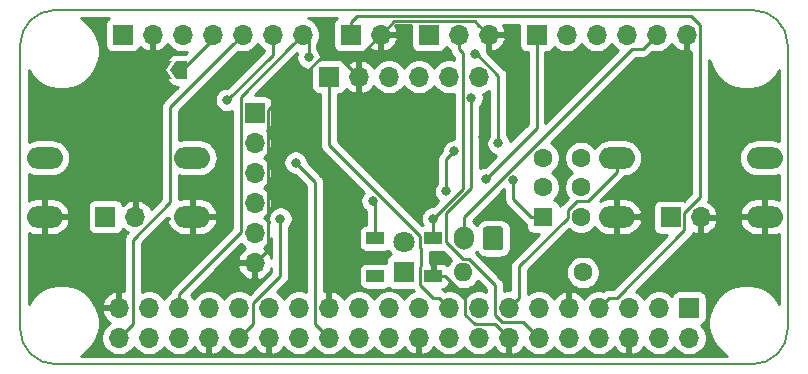
<source format=gbr>
%TF.GenerationSoftware,KiCad,Pcbnew,(5.1.5-0-10_14)*%
%TF.CreationDate,2020-02-24T01:19:29+01:00*%
%TF.ProjectId,raspberrypi_zerow_uhat,72617370-6265-4727-9279-70695f7a6572,1.0*%
%TF.SameCoordinates,Original*%
%TF.FileFunction,Copper,L1,Top*%
%TF.FilePolarity,Positive*%
%FSLAX46Y46*%
G04 Gerber Fmt 4.6, Leading zero omitted, Abs format (unit mm)*
G04 Created by KiCad (PCBNEW (5.1.5-0-10_14)) date 2020-02-24 01:19:29*
%MOMM*%
%LPD*%
G04 APERTURE LIST*
%ADD10C,0.150000*%
%ADD11O,1.700000X1.700000*%
%ADD12R,1.700000X1.700000*%
%ADD13O,1.700000X2.000000*%
%ADD14C,1.600000*%
%ADD15R,1.600000X1.600000*%
%ADD16O,1.600000X1.600000*%
%ADD17C,1.800000*%
%ADD18R,1.800000X1.800000*%
%ADD19R,1.500000X1.000000*%
%ADD20O,3.048000X1.850000*%
%ADD21C,0.800000*%
%ADD22C,0.250000*%
%ADD23C,0.254000*%
G04 APERTURE END LIST*
D10*
X160092000Y-96468000D02*
X160092000Y-120468000D01*
X157092000Y-123468000D02*
X98092000Y-123468000D01*
X156592000Y-93468000D02*
X157092000Y-93468000D01*
X98592000Y-93468000D02*
X98092000Y-93468000D01*
X95092000Y-120468000D02*
X95092000Y-96468000D01*
X160092000Y-120468000D02*
G75*
G02X157092000Y-123468000I-3000000J0D01*
G01*
X157092000Y-93468000D02*
G75*
G02X160092000Y-96468000I0J-3000000D01*
G01*
X95092000Y-96468000D02*
G75*
G02X98092000Y-93468000I3000000J0D01*
G01*
X98092000Y-123468000D02*
G75*
G02X95092000Y-120468000I0J3000000D01*
G01*
X156592000Y-93468000D02*
X98592000Y-93468000D01*
%TA.AperFunction,SMDPad,CuDef*%
G36*
X107757000Y-98568000D02*
G01*
X108257000Y-97818000D01*
X109257000Y-97818000D01*
X109257000Y-99318000D01*
X108257000Y-99318000D01*
X107757000Y-98568000D01*
G37*
%TD.AperFunction*%
%TA.AperFunction,SMDPad,CuDef*%
G36*
X106807000Y-97818000D02*
G01*
X107957000Y-97818000D01*
X107457000Y-98568000D01*
X107957000Y-99318000D01*
X106807000Y-99318000D01*
X106807000Y-97818000D01*
G37*
%TD.AperFunction*%
D11*
X133935200Y-99140000D03*
X131395200Y-99140000D03*
X128855200Y-99140000D03*
X126315200Y-99140000D03*
X123775200Y-99140000D03*
D12*
X121235200Y-99140000D03*
D13*
X132654400Y-112805200D03*
%TA.AperFunction,ComponentPad*%
D10*
G36*
X135778904Y-111806404D02*
G01*
X135803173Y-111810004D01*
X135826971Y-111815965D01*
X135850071Y-111824230D01*
X135872249Y-111834720D01*
X135893293Y-111847333D01*
X135912998Y-111861947D01*
X135931177Y-111878423D01*
X135947653Y-111896602D01*
X135962267Y-111916307D01*
X135974880Y-111937351D01*
X135985370Y-111959529D01*
X135993635Y-111982629D01*
X135999596Y-112006427D01*
X136003196Y-112030696D01*
X136004400Y-112055200D01*
X136004400Y-113555200D01*
X136003196Y-113579704D01*
X135999596Y-113603973D01*
X135993635Y-113627771D01*
X135985370Y-113650871D01*
X135974880Y-113673049D01*
X135962267Y-113694093D01*
X135947653Y-113713798D01*
X135931177Y-113731977D01*
X135912998Y-113748453D01*
X135893293Y-113763067D01*
X135872249Y-113775680D01*
X135850071Y-113786170D01*
X135826971Y-113794435D01*
X135803173Y-113800396D01*
X135778904Y-113803996D01*
X135754400Y-113805200D01*
X134554400Y-113805200D01*
X134529896Y-113803996D01*
X134505627Y-113800396D01*
X134481829Y-113794435D01*
X134458729Y-113786170D01*
X134436551Y-113775680D01*
X134415507Y-113763067D01*
X134395802Y-113748453D01*
X134377623Y-113731977D01*
X134361147Y-113713798D01*
X134346533Y-113694093D01*
X134333920Y-113673049D01*
X134323430Y-113650871D01*
X134315165Y-113627771D01*
X134309204Y-113603973D01*
X134305604Y-113579704D01*
X134304400Y-113555200D01*
X134304400Y-112055200D01*
X134305604Y-112030696D01*
X134309204Y-112006427D01*
X134315165Y-111982629D01*
X134323430Y-111959529D01*
X134333920Y-111937351D01*
X134346533Y-111916307D01*
X134361147Y-111896602D01*
X134377623Y-111878423D01*
X134395802Y-111861947D01*
X134415507Y-111847333D01*
X134436551Y-111834720D01*
X134458729Y-111824230D01*
X134481829Y-111815965D01*
X134505627Y-111810004D01*
X134529896Y-111806404D01*
X134554400Y-111805200D01*
X135754400Y-111805200D01*
X135778904Y-111806404D01*
G37*
%TD.AperFunction*%
D14*
X142571200Y-105987200D03*
X142571200Y-108487200D03*
X142571200Y-110987200D03*
X139371200Y-105987200D03*
X139371200Y-108487200D03*
D15*
X139371200Y-110987200D03*
D16*
X132563600Y-115700800D03*
D14*
X142723600Y-115700800D03*
D11*
X151512000Y-95584000D03*
X148972000Y-95584000D03*
X146432000Y-95584000D03*
X143892000Y-95584000D03*
X141352000Y-95584000D03*
D12*
X138812000Y-95584000D03*
D11*
X119000000Y-95584000D03*
X116460000Y-95584000D03*
X113920000Y-95584000D03*
X111380000Y-95584000D03*
X108840000Y-95584000D03*
X106300000Y-95584000D03*
D12*
X103760000Y-95584000D03*
D11*
X114936000Y-114888000D03*
X114936000Y-112348000D03*
X114936000Y-109808000D03*
X114936000Y-107268000D03*
X114936000Y-104728000D03*
D12*
X114936000Y-102188000D03*
D11*
X134748000Y-95584000D03*
X132208000Y-95584000D03*
D12*
X129668000Y-95584000D03*
D11*
X125604000Y-95584000D03*
D12*
X123064000Y-95584000D03*
X151722000Y-118698000D03*
D11*
X151722000Y-121238000D03*
X149182000Y-118698000D03*
X149182000Y-121238000D03*
X146642000Y-118698000D03*
X146642000Y-121238000D03*
X144102000Y-118698000D03*
X144102000Y-121238000D03*
X141562000Y-118698000D03*
X141562000Y-121238000D03*
X139022000Y-118698000D03*
X139022000Y-121238000D03*
X136482000Y-118698000D03*
X136482000Y-121238000D03*
X133942000Y-118698000D03*
X133942000Y-121238000D03*
X131402000Y-118698000D03*
X131402000Y-121238000D03*
X128862000Y-118698000D03*
X128862000Y-121238000D03*
X126322000Y-118698000D03*
X126322000Y-121238000D03*
X123782000Y-118698000D03*
X123782000Y-121238000D03*
X121242000Y-118698000D03*
X121242000Y-121238000D03*
X118702000Y-118698000D03*
X118702000Y-121238000D03*
X116162000Y-118698000D03*
X116162000Y-121238000D03*
X113622000Y-118698000D03*
X113622000Y-121238000D03*
X111082000Y-118698000D03*
X111082000Y-121238000D03*
X108542000Y-118698000D03*
X108542000Y-121238000D03*
X106002000Y-118698000D03*
X106002000Y-121238000D03*
X103462000Y-118698000D03*
X103462000Y-121238000D03*
X104852200Y-110976400D03*
D12*
X102312200Y-110976400D03*
D11*
X152705800Y-111027200D03*
D12*
X150165800Y-111027200D03*
D17*
X127591200Y-113087800D03*
D18*
X127591200Y-115627800D03*
D19*
X125155000Y-112808400D03*
X125155000Y-116008400D03*
X130055000Y-112808400D03*
X130055000Y-116008400D03*
D20*
X145616000Y-110998000D03*
X145616000Y-105998000D03*
X158116000Y-110998000D03*
X158116000Y-105998000D03*
X97156000Y-110998000D03*
X97156000Y-105998000D03*
X109656000Y-110998000D03*
X109656000Y-105998000D03*
D21*
X135586200Y-104778800D03*
X133630400Y-97209600D03*
X124932448Y-109641352D03*
X131166647Y-108842753D03*
X131845201Y-105453000D03*
X126112000Y-106252000D03*
X125350000Y-103458000D03*
X104014000Y-103712000D03*
X117476000Y-99394000D03*
X139828000Y-114888000D03*
X140590000Y-99902000D03*
X137288000Y-112856000D03*
X134240000Y-104220000D03*
X112624600Y-101095800D03*
X133295201Y-100918000D03*
X119508000Y-97484001D03*
X130049000Y-111137799D03*
X117120400Y-111137799D03*
X118415800Y-106404400D03*
X136856200Y-107903000D03*
X134494000Y-107801400D03*
D22*
X130059599Y-117848001D02*
X130552001Y-117848001D01*
X130552001Y-117848001D02*
X131402000Y-118698000D01*
X128979999Y-115220401D02*
X128979999Y-116768401D01*
X129058400Y-115142000D02*
X128979999Y-115220401D01*
X129058400Y-113719600D02*
X129058400Y-115142000D01*
X128979999Y-116768401D02*
X130059599Y-117848001D01*
X128906000Y-113567200D02*
X129058400Y-113719600D01*
X128906000Y-112589598D02*
X128906000Y-113567200D01*
X121235200Y-104918798D02*
X128906000Y-112589598D01*
X121235200Y-99140000D02*
X121235200Y-104918798D01*
X133743802Y-97209600D02*
X133630400Y-97209600D01*
X135586200Y-99051998D02*
X133743802Y-97209600D01*
X135586200Y-104778800D02*
X135586200Y-99051998D01*
X125155000Y-109863904D02*
X124932448Y-109641352D01*
X125155000Y-112808400D02*
X125155000Y-109863904D01*
X131166647Y-106131554D02*
X131845201Y-105453000D01*
X131166647Y-108842753D02*
X131166647Y-106131554D01*
X135306999Y-120062999D02*
X135632001Y-120388001D01*
X132766999Y-119262001D02*
X133567997Y-120062999D01*
X135632001Y-120388001D02*
X136482000Y-121238000D01*
X132766999Y-117720399D02*
X132766999Y-119262001D01*
X133567997Y-120062999D02*
X135306999Y-120062999D01*
X131055000Y-116008400D02*
X132766999Y-117720399D01*
X130055000Y-116008400D02*
X131055000Y-116008400D01*
X133898001Y-94734001D02*
X134748000Y-95584000D01*
X133572999Y-94408999D02*
X133898001Y-94734001D01*
X126779001Y-94408999D02*
X133572999Y-94408999D01*
X125604000Y-95584000D02*
X126779001Y-94408999D01*
X115785999Y-114038001D02*
X114936000Y-114888000D01*
X116111001Y-101979197D02*
X116111001Y-113712999D01*
X120881188Y-97209010D02*
X116111001Y-101979197D01*
X121844210Y-97209010D02*
X120881188Y-97209010D01*
X116111001Y-113712999D02*
X115785999Y-114038001D01*
X123775200Y-99140000D02*
X121844210Y-97209010D01*
X123775200Y-97412800D02*
X123775200Y-99140000D01*
X125604000Y-95584000D02*
X123775200Y-97412800D01*
X106300000Y-97561000D02*
X107307000Y-98568000D01*
X106300000Y-95584000D02*
X106300000Y-97561000D01*
X107806990Y-101697010D02*
X113070001Y-96433999D01*
X104637001Y-112930601D02*
X107806990Y-109760612D01*
X113070001Y-96433999D02*
X113920000Y-95584000D01*
X104637001Y-120062999D02*
X104637001Y-112930601D01*
X107806990Y-109760612D02*
X107806990Y-101697010D01*
X103462000Y-121238000D02*
X104637001Y-120062999D01*
X116460000Y-97260400D02*
X112624600Y-101095800D01*
X116460000Y-95584000D02*
X116460000Y-97260400D01*
X132613284Y-114575799D02*
X131130001Y-113092516D01*
X131130001Y-113092516D02*
X131130001Y-110693208D01*
X135917999Y-119873001D02*
X135306999Y-119262001D01*
X135306999Y-116779197D02*
X133103601Y-114575799D01*
X131130001Y-110693208D02*
X133295201Y-108528008D01*
X133103601Y-114575799D02*
X132613284Y-114575799D01*
X135306999Y-119262001D02*
X135306999Y-116779197D01*
X133295201Y-108528008D02*
X133295201Y-100918000D01*
X137657001Y-119873001D02*
X135917999Y-119873001D01*
X139022000Y-121238000D02*
X137657001Y-119873001D01*
X118150001Y-96433999D02*
X119000000Y-95584000D01*
X113760999Y-112276920D02*
X113760999Y-100823001D01*
X108542000Y-117495919D02*
X113760999Y-112276920D01*
X108542000Y-118698000D02*
X108542000Y-117495919D01*
X113760999Y-100823001D02*
X118150001Y-96433999D01*
X119508000Y-96092000D02*
X119000000Y-95584000D01*
X119508000Y-97484001D02*
X119508000Y-96092000D01*
X130055000Y-111143799D02*
X130049000Y-111137799D01*
X130055000Y-112808400D02*
X130055000Y-111143799D01*
X114797001Y-120062999D02*
X114471999Y-120388001D01*
X114797001Y-118323997D02*
X114797001Y-120062999D01*
X117120400Y-116000598D02*
X114797001Y-118323997D01*
X114471999Y-120388001D02*
X113622000Y-121238000D01*
X117120400Y-111137799D02*
X117120400Y-116000598D01*
X130448999Y-110737800D02*
X130049000Y-111137799D01*
X132570201Y-108616598D02*
X130448999Y-110737800D01*
X132570201Y-97148282D02*
X132570201Y-108616598D01*
X132208000Y-96786081D02*
X132570201Y-97148282D01*
X132208000Y-95584000D02*
X132208000Y-96786081D01*
X144951999Y-117848001D02*
X144102000Y-118698000D01*
X151340801Y-110653197D02*
X151340801Y-112137201D01*
X151340801Y-112137201D02*
X145630001Y-117848001D01*
X152687001Y-109306997D02*
X151340801Y-110653197D01*
X151905989Y-93958989D02*
X152687001Y-94740001D01*
X145630001Y-117848001D02*
X144951999Y-117848001D01*
X152687001Y-94740001D02*
X152687001Y-109306997D01*
X123589011Y-93958989D02*
X151905989Y-93958989D01*
X123064000Y-94484000D02*
X123589011Y-93958989D01*
X123064000Y-95584000D02*
X123064000Y-94484000D01*
X143176799Y-109612201D02*
X145616000Y-107173000D01*
X142281197Y-109612201D02*
X143176799Y-109612201D01*
X141446199Y-110447199D02*
X142281197Y-109612201D01*
X141446199Y-111060001D02*
X141446199Y-110447199D01*
X145616000Y-107173000D02*
X145616000Y-105998000D01*
X137331999Y-115174201D02*
X141446199Y-111060001D01*
X137331999Y-117848001D02*
X137331999Y-115174201D01*
X136482000Y-118698000D02*
X137331999Y-117848001D01*
X120066999Y-108055599D02*
X118415800Y-106404400D01*
X120066999Y-120062999D02*
X120066999Y-108055599D01*
X121242000Y-121238000D02*
X120066999Y-120062999D01*
X132654400Y-111555200D02*
X132654400Y-112805200D01*
X132654400Y-111038998D02*
X132654400Y-111555200D01*
X146934397Y-96759001D02*
X132654400Y-111038998D01*
X147796999Y-96759001D02*
X146934397Y-96759001D01*
X148972000Y-95584000D02*
X147796999Y-96759001D01*
X136856200Y-109522200D02*
X136856200Y-107903000D01*
X138321200Y-110987200D02*
X136856200Y-109522200D01*
X139371200Y-110987200D02*
X138321200Y-110987200D01*
X138812000Y-103483400D02*
X138812000Y-95584000D01*
X134494000Y-107801400D02*
X138812000Y-103483400D01*
X111380000Y-95945000D02*
X111380000Y-95584000D01*
X108757000Y-98568000D02*
X111380000Y-95945000D01*
D23*
G36*
X102555506Y-94203463D02*
G01*
X102458815Y-94282815D01*
X102379463Y-94379506D01*
X102320498Y-94489820D01*
X102284188Y-94609518D01*
X102271928Y-94734000D01*
X102271928Y-96434000D01*
X102284188Y-96558482D01*
X102320498Y-96678180D01*
X102379463Y-96788494D01*
X102458815Y-96885185D01*
X102555506Y-96964537D01*
X102665820Y-97023502D01*
X102785518Y-97059812D01*
X102910000Y-97072072D01*
X104610000Y-97072072D01*
X104734482Y-97059812D01*
X104854180Y-97023502D01*
X104964494Y-96964537D01*
X105061185Y-96885185D01*
X105140537Y-96788494D01*
X105199502Y-96678180D01*
X105223966Y-96597534D01*
X105299731Y-96681588D01*
X105533080Y-96855641D01*
X105795901Y-96980825D01*
X105943110Y-97025476D01*
X106173000Y-96904155D01*
X106173000Y-95711000D01*
X106153000Y-95711000D01*
X106153000Y-95457000D01*
X106173000Y-95457000D01*
X106173000Y-95437000D01*
X106427000Y-95437000D01*
X106427000Y-95457000D01*
X106447000Y-95457000D01*
X106447000Y-95711000D01*
X106427000Y-95711000D01*
X106427000Y-96904155D01*
X106656890Y-97025476D01*
X106804099Y-96980825D01*
X107066920Y-96855641D01*
X107300269Y-96681588D01*
X107495178Y-96465355D01*
X107564805Y-96348466D01*
X107686525Y-96530632D01*
X107893368Y-96737475D01*
X108136589Y-96899990D01*
X108406842Y-97011932D01*
X108693740Y-97069000D01*
X108986260Y-97069000D01*
X109229603Y-97020596D01*
X109070271Y-97179928D01*
X108257000Y-97179928D01*
X108131864Y-97192319D01*
X108012204Y-97228754D01*
X107901951Y-97287834D01*
X107805343Y-97367287D01*
X107726092Y-97464061D01*
X107226092Y-98214061D01*
X107167754Y-98323204D01*
X107131319Y-98442864D01*
X107118928Y-98567333D01*
X107131059Y-98691827D01*
X107167243Y-98811563D01*
X107226092Y-98921939D01*
X107726092Y-99671939D01*
X107805815Y-99769185D01*
X107902506Y-99848537D01*
X108012820Y-99907502D01*
X108132518Y-99943812D01*
X108257000Y-99956072D01*
X108473127Y-99956072D01*
X107295988Y-101133211D01*
X107266990Y-101157009D01*
X107243192Y-101186007D01*
X107243191Y-101186008D01*
X107172016Y-101272734D01*
X107101444Y-101404764D01*
X107057988Y-101548025D01*
X107043314Y-101697010D01*
X107046991Y-101734342D01*
X107046990Y-109445809D01*
X106178175Y-110314625D01*
X106047378Y-110095045D01*
X105852469Y-109878812D01*
X105619120Y-109704759D01*
X105356299Y-109579575D01*
X105209090Y-109534924D01*
X104979200Y-109656245D01*
X104979200Y-110849400D01*
X104999200Y-110849400D01*
X104999200Y-111103400D01*
X104979200Y-111103400D01*
X104979200Y-111123400D01*
X104725200Y-111123400D01*
X104725200Y-111103400D01*
X104705200Y-111103400D01*
X104705200Y-110849400D01*
X104725200Y-110849400D01*
X104725200Y-109656245D01*
X104495310Y-109534924D01*
X104348101Y-109579575D01*
X104085280Y-109704759D01*
X103851931Y-109878812D01*
X103776166Y-109962866D01*
X103751702Y-109882220D01*
X103692737Y-109771906D01*
X103613385Y-109675215D01*
X103516694Y-109595863D01*
X103406380Y-109536898D01*
X103286682Y-109500588D01*
X103162200Y-109488328D01*
X101462200Y-109488328D01*
X101337718Y-109500588D01*
X101218020Y-109536898D01*
X101107706Y-109595863D01*
X101011015Y-109675215D01*
X100931663Y-109771906D01*
X100872698Y-109882220D01*
X100836388Y-110001918D01*
X100824128Y-110126400D01*
X100824128Y-111826400D01*
X100836388Y-111950882D01*
X100872698Y-112070580D01*
X100931663Y-112180894D01*
X101011015Y-112277585D01*
X101107706Y-112356937D01*
X101218020Y-112415902D01*
X101337718Y-112452212D01*
X101462200Y-112464472D01*
X103162200Y-112464472D01*
X103286682Y-112452212D01*
X103406380Y-112415902D01*
X103516694Y-112356937D01*
X103613385Y-112277585D01*
X103692737Y-112180894D01*
X103751702Y-112070580D01*
X103776166Y-111989934D01*
X103851931Y-112073988D01*
X104085280Y-112248041D01*
X104193306Y-112299495D01*
X104125999Y-112366802D01*
X104097001Y-112390600D01*
X104073203Y-112419598D01*
X104073202Y-112419599D01*
X104002027Y-112506325D01*
X103931455Y-112638355D01*
X103887999Y-112781616D01*
X103873325Y-112930601D01*
X103877002Y-112967933D01*
X103877001Y-117274150D01*
X103818890Y-117256524D01*
X103589000Y-117377845D01*
X103589000Y-118571000D01*
X103609000Y-118571000D01*
X103609000Y-118825000D01*
X103589000Y-118825000D01*
X103589000Y-118845000D01*
X103335000Y-118845000D01*
X103335000Y-118825000D01*
X102141186Y-118825000D01*
X102020519Y-119054891D01*
X102117843Y-119329252D01*
X102266822Y-119579355D01*
X102461731Y-119795588D01*
X102691406Y-119966900D01*
X102515368Y-120084525D01*
X102308525Y-120291368D01*
X102146010Y-120534589D01*
X102034068Y-120804842D01*
X101977000Y-121091740D01*
X101977000Y-121384260D01*
X102034068Y-121671158D01*
X102146010Y-121941411D01*
X102308525Y-122184632D01*
X102515368Y-122391475D01*
X102758589Y-122553990D01*
X103028842Y-122665932D01*
X103315740Y-122723000D01*
X103608260Y-122723000D01*
X103895158Y-122665932D01*
X104165411Y-122553990D01*
X104408632Y-122391475D01*
X104615475Y-122184632D01*
X104732000Y-122010240D01*
X104848525Y-122184632D01*
X105055368Y-122391475D01*
X105298589Y-122553990D01*
X105568842Y-122665932D01*
X105855740Y-122723000D01*
X106148260Y-122723000D01*
X106435158Y-122665932D01*
X106705411Y-122553990D01*
X106948632Y-122391475D01*
X107155475Y-122184632D01*
X107272000Y-122010240D01*
X107388525Y-122184632D01*
X107595368Y-122391475D01*
X107838589Y-122553990D01*
X108108842Y-122665932D01*
X108395740Y-122723000D01*
X108688260Y-122723000D01*
X108975158Y-122665932D01*
X109245411Y-122553990D01*
X109488632Y-122391475D01*
X109695475Y-122184632D01*
X109817195Y-122002466D01*
X109886822Y-122119355D01*
X110081731Y-122335588D01*
X110315080Y-122509641D01*
X110577901Y-122634825D01*
X110725110Y-122679476D01*
X110955000Y-122558155D01*
X110955000Y-121365000D01*
X110935000Y-121365000D01*
X110935000Y-121111000D01*
X110955000Y-121111000D01*
X110955000Y-121091000D01*
X111209000Y-121091000D01*
X111209000Y-121111000D01*
X111229000Y-121111000D01*
X111229000Y-121365000D01*
X111209000Y-121365000D01*
X111209000Y-122558155D01*
X111438890Y-122679476D01*
X111586099Y-122634825D01*
X111848920Y-122509641D01*
X112082269Y-122335588D01*
X112277178Y-122119355D01*
X112346805Y-122002466D01*
X112468525Y-122184632D01*
X112675368Y-122391475D01*
X112918589Y-122553990D01*
X113188842Y-122665932D01*
X113475740Y-122723000D01*
X113768260Y-122723000D01*
X114055158Y-122665932D01*
X114325411Y-122553990D01*
X114568632Y-122391475D01*
X114775475Y-122184632D01*
X114897195Y-122002466D01*
X114966822Y-122119355D01*
X115161731Y-122335588D01*
X115395080Y-122509641D01*
X115657901Y-122634825D01*
X115805110Y-122679476D01*
X116035000Y-122558155D01*
X116035000Y-121365000D01*
X116015000Y-121365000D01*
X116015000Y-121111000D01*
X116035000Y-121111000D01*
X116035000Y-121091000D01*
X116289000Y-121091000D01*
X116289000Y-121111000D01*
X116309000Y-121111000D01*
X116309000Y-121365000D01*
X116289000Y-121365000D01*
X116289000Y-122558155D01*
X116518890Y-122679476D01*
X116666099Y-122634825D01*
X116928920Y-122509641D01*
X117162269Y-122335588D01*
X117357178Y-122119355D01*
X117426805Y-122002466D01*
X117548525Y-122184632D01*
X117755368Y-122391475D01*
X117998589Y-122553990D01*
X118268842Y-122665932D01*
X118555740Y-122723000D01*
X118848260Y-122723000D01*
X119135158Y-122665932D01*
X119405411Y-122553990D01*
X119648632Y-122391475D01*
X119855475Y-122184632D01*
X119972000Y-122010240D01*
X120088525Y-122184632D01*
X120295368Y-122391475D01*
X120538589Y-122553990D01*
X120808842Y-122665932D01*
X121095740Y-122723000D01*
X121388260Y-122723000D01*
X121675158Y-122665932D01*
X121945411Y-122553990D01*
X122188632Y-122391475D01*
X122395475Y-122184632D01*
X122512000Y-122010240D01*
X122628525Y-122184632D01*
X122835368Y-122391475D01*
X123078589Y-122553990D01*
X123348842Y-122665932D01*
X123635740Y-122723000D01*
X123928260Y-122723000D01*
X124215158Y-122665932D01*
X124485411Y-122553990D01*
X124728632Y-122391475D01*
X124935475Y-122184632D01*
X125052000Y-122010240D01*
X125168525Y-122184632D01*
X125375368Y-122391475D01*
X125618589Y-122553990D01*
X125888842Y-122665932D01*
X126175740Y-122723000D01*
X126468260Y-122723000D01*
X126755158Y-122665932D01*
X127025411Y-122553990D01*
X127268632Y-122391475D01*
X127475475Y-122184632D01*
X127597195Y-122002466D01*
X127666822Y-122119355D01*
X127861731Y-122335588D01*
X128095080Y-122509641D01*
X128357901Y-122634825D01*
X128505110Y-122679476D01*
X128735000Y-122558155D01*
X128735000Y-121365000D01*
X128715000Y-121365000D01*
X128715000Y-121111000D01*
X128735000Y-121111000D01*
X128735000Y-121091000D01*
X128989000Y-121091000D01*
X128989000Y-121111000D01*
X129009000Y-121111000D01*
X129009000Y-121365000D01*
X128989000Y-121365000D01*
X128989000Y-122558155D01*
X129218890Y-122679476D01*
X129366099Y-122634825D01*
X129628920Y-122509641D01*
X129862269Y-122335588D01*
X130057178Y-122119355D01*
X130126805Y-122002466D01*
X130248525Y-122184632D01*
X130455368Y-122391475D01*
X130698589Y-122553990D01*
X130968842Y-122665932D01*
X131255740Y-122723000D01*
X131548260Y-122723000D01*
X131835158Y-122665932D01*
X132105411Y-122553990D01*
X132348632Y-122391475D01*
X132555475Y-122184632D01*
X132672000Y-122010240D01*
X132788525Y-122184632D01*
X132995368Y-122391475D01*
X133238589Y-122553990D01*
X133508842Y-122665932D01*
X133795740Y-122723000D01*
X134088260Y-122723000D01*
X134375158Y-122665932D01*
X134645411Y-122553990D01*
X134888632Y-122391475D01*
X135095475Y-122184632D01*
X135217195Y-122002466D01*
X135286822Y-122119355D01*
X135481731Y-122335588D01*
X135715080Y-122509641D01*
X135977901Y-122634825D01*
X136125110Y-122679476D01*
X136355000Y-122558155D01*
X136355000Y-121365000D01*
X136335000Y-121365000D01*
X136335000Y-121111000D01*
X136355000Y-121111000D01*
X136355000Y-121091000D01*
X136609000Y-121091000D01*
X136609000Y-121111000D01*
X136629000Y-121111000D01*
X136629000Y-121365000D01*
X136609000Y-121365000D01*
X136609000Y-122558155D01*
X136838890Y-122679476D01*
X136986099Y-122634825D01*
X137248920Y-122509641D01*
X137482269Y-122335588D01*
X137677178Y-122119355D01*
X137746805Y-122002466D01*
X137868525Y-122184632D01*
X138075368Y-122391475D01*
X138318589Y-122553990D01*
X138588842Y-122665932D01*
X138875740Y-122723000D01*
X139168260Y-122723000D01*
X139455158Y-122665932D01*
X139725411Y-122553990D01*
X139968632Y-122391475D01*
X140175475Y-122184632D01*
X140292000Y-122010240D01*
X140408525Y-122184632D01*
X140615368Y-122391475D01*
X140858589Y-122553990D01*
X141128842Y-122665932D01*
X141415740Y-122723000D01*
X141708260Y-122723000D01*
X141995158Y-122665932D01*
X142265411Y-122553990D01*
X142508632Y-122391475D01*
X142715475Y-122184632D01*
X142832000Y-122010240D01*
X142948525Y-122184632D01*
X143155368Y-122391475D01*
X143398589Y-122553990D01*
X143668842Y-122665932D01*
X143955740Y-122723000D01*
X144248260Y-122723000D01*
X144535158Y-122665932D01*
X144805411Y-122553990D01*
X145048632Y-122391475D01*
X145255475Y-122184632D01*
X145377195Y-122002466D01*
X145446822Y-122119355D01*
X145641731Y-122335588D01*
X145875080Y-122509641D01*
X146137901Y-122634825D01*
X146285110Y-122679476D01*
X146515000Y-122558155D01*
X146515000Y-121365000D01*
X146495000Y-121365000D01*
X146495000Y-121111000D01*
X146515000Y-121111000D01*
X146515000Y-121091000D01*
X146769000Y-121091000D01*
X146769000Y-121111000D01*
X146789000Y-121111000D01*
X146789000Y-121365000D01*
X146769000Y-121365000D01*
X146769000Y-122558155D01*
X146998890Y-122679476D01*
X147146099Y-122634825D01*
X147408920Y-122509641D01*
X147642269Y-122335588D01*
X147837178Y-122119355D01*
X147906805Y-122002466D01*
X148028525Y-122184632D01*
X148235368Y-122391475D01*
X148478589Y-122553990D01*
X148748842Y-122665932D01*
X149035740Y-122723000D01*
X149328260Y-122723000D01*
X149615158Y-122665932D01*
X149885411Y-122553990D01*
X150128632Y-122391475D01*
X150335475Y-122184632D01*
X150452000Y-122010240D01*
X150568525Y-122184632D01*
X150775368Y-122391475D01*
X151018589Y-122553990D01*
X151288842Y-122665932D01*
X151575740Y-122723000D01*
X151868260Y-122723000D01*
X152155158Y-122665932D01*
X152425411Y-122553990D01*
X152668632Y-122391475D01*
X152875475Y-122184632D01*
X153037990Y-121941411D01*
X153149932Y-121671158D01*
X153207000Y-121384260D01*
X153207000Y-121091740D01*
X153149932Y-120804842D01*
X153037990Y-120534589D01*
X152875475Y-120291368D01*
X152743620Y-120159513D01*
X152816180Y-120137502D01*
X152926494Y-120078537D01*
X153023185Y-119999185D01*
X153102537Y-119902494D01*
X153161502Y-119792180D01*
X153197812Y-119672482D01*
X153210072Y-119548000D01*
X153210072Y-117848000D01*
X153197812Y-117723518D01*
X153161502Y-117603820D01*
X153102537Y-117493506D01*
X153023185Y-117396815D01*
X152926494Y-117317463D01*
X152816180Y-117258498D01*
X152696482Y-117222188D01*
X152572000Y-117209928D01*
X150872000Y-117209928D01*
X150747518Y-117222188D01*
X150627820Y-117258498D01*
X150517506Y-117317463D01*
X150420815Y-117396815D01*
X150341463Y-117493506D01*
X150282498Y-117603820D01*
X150260487Y-117676380D01*
X150128632Y-117544525D01*
X149885411Y-117382010D01*
X149615158Y-117270068D01*
X149328260Y-117213000D01*
X149035740Y-117213000D01*
X148748842Y-117270068D01*
X148478589Y-117382010D01*
X148235368Y-117544525D01*
X148028525Y-117751368D01*
X147912000Y-117925760D01*
X147795475Y-117751368D01*
X147588632Y-117544525D01*
X147345411Y-117382010D01*
X147221937Y-117330866D01*
X151851804Y-112701000D01*
X151880802Y-112677202D01*
X151975775Y-112561477D01*
X152046347Y-112429448D01*
X152067397Y-112360055D01*
X152201701Y-112424025D01*
X152348910Y-112468676D01*
X152578800Y-112347355D01*
X152578800Y-111154200D01*
X152832800Y-111154200D01*
X152832800Y-112347355D01*
X153062690Y-112468676D01*
X153209899Y-112424025D01*
X153472720Y-112298841D01*
X153706069Y-112124788D01*
X153900978Y-111908555D01*
X154049957Y-111658452D01*
X154147281Y-111384091D01*
X154138134Y-111366664D01*
X156001188Y-111366664D01*
X156027147Y-111477655D01*
X156149350Y-111759094D01*
X156324111Y-112011285D01*
X156544714Y-112224536D01*
X156802681Y-112390652D01*
X157088099Y-112503249D01*
X157390000Y-112558000D01*
X157989000Y-112558000D01*
X157989000Y-111125000D01*
X156121517Y-111125000D01*
X156001188Y-111366664D01*
X154138134Y-111366664D01*
X154026614Y-111154200D01*
X152832800Y-111154200D01*
X152578800Y-111154200D01*
X152558800Y-111154200D01*
X152558800Y-110900200D01*
X152578800Y-110900200D01*
X152578800Y-110880200D01*
X152832800Y-110880200D01*
X152832800Y-110900200D01*
X154026614Y-110900200D01*
X154147281Y-110670309D01*
X154132747Y-110629336D01*
X156001188Y-110629336D01*
X156121517Y-110871000D01*
X157989000Y-110871000D01*
X157989000Y-109438000D01*
X157390000Y-109438000D01*
X157088099Y-109492751D01*
X156802681Y-109605348D01*
X156544714Y-109771464D01*
X156324111Y-109984715D01*
X156149350Y-110236906D01*
X156027147Y-110518345D01*
X156001188Y-110629336D01*
X154132747Y-110629336D01*
X154049957Y-110395948D01*
X153900978Y-110145845D01*
X153706069Y-109929612D01*
X153472720Y-109755559D01*
X153342219Y-109693400D01*
X153392547Y-109599244D01*
X153436004Y-109455983D01*
X153447001Y-109344330D01*
X153447001Y-109344321D01*
X153450677Y-109306998D01*
X153447001Y-109269675D01*
X153447001Y-97698078D01*
X153489012Y-97909281D01*
X153732270Y-98496558D01*
X154085425Y-99025093D01*
X154534907Y-99474575D01*
X155063442Y-99827730D01*
X155650719Y-100070988D01*
X156274168Y-100195000D01*
X156909832Y-100195000D01*
X157533281Y-100070988D01*
X158120558Y-99827730D01*
X158649093Y-99474575D01*
X159098575Y-99025093D01*
X159382000Y-98600916D01*
X159382000Y-104585653D01*
X159314875Y-104549774D01*
X159020813Y-104460572D01*
X158791636Y-104438000D01*
X157440364Y-104438000D01*
X157211187Y-104460572D01*
X156917125Y-104549774D01*
X156646117Y-104694631D01*
X156408576Y-104889576D01*
X156213631Y-105127117D01*
X156068774Y-105398125D01*
X155979572Y-105692187D01*
X155949452Y-105998000D01*
X155979572Y-106303813D01*
X156068774Y-106597875D01*
X156213631Y-106868883D01*
X156408576Y-107106424D01*
X156646117Y-107301369D01*
X156917125Y-107446226D01*
X157211187Y-107535428D01*
X157440364Y-107558000D01*
X158791636Y-107558000D01*
X159020813Y-107535428D01*
X159314875Y-107446226D01*
X159382000Y-107410347D01*
X159382001Y-109586681D01*
X159143901Y-109492751D01*
X158842000Y-109438000D01*
X158243000Y-109438000D01*
X158243000Y-110871000D01*
X158263000Y-110871000D01*
X158263000Y-111125000D01*
X158243000Y-111125000D01*
X158243000Y-112558000D01*
X158842000Y-112558000D01*
X159143901Y-112503249D01*
X159382001Y-112409319D01*
X159382001Y-118335085D01*
X159098575Y-117910907D01*
X158649093Y-117461425D01*
X158120558Y-117108270D01*
X157533281Y-116865012D01*
X156909832Y-116741000D01*
X156274168Y-116741000D01*
X155650719Y-116865012D01*
X155063442Y-117108270D01*
X154534907Y-117461425D01*
X154085425Y-117910907D01*
X153732270Y-118439442D01*
X153489012Y-119026719D01*
X153365000Y-119650168D01*
X153365000Y-120285832D01*
X153489012Y-120909281D01*
X153732270Y-121496558D01*
X154085425Y-122025093D01*
X154534907Y-122474575D01*
X154959083Y-122758000D01*
X100224917Y-122758000D01*
X100649093Y-122474575D01*
X101098575Y-122025093D01*
X101451730Y-121496558D01*
X101694988Y-120909281D01*
X101819000Y-120285832D01*
X101819000Y-119650168D01*
X101694988Y-119026719D01*
X101451730Y-118439442D01*
X101386027Y-118341109D01*
X102020519Y-118341109D01*
X102141186Y-118571000D01*
X103335000Y-118571000D01*
X103335000Y-117377845D01*
X103105110Y-117256524D01*
X102957901Y-117301175D01*
X102695080Y-117426359D01*
X102461731Y-117600412D01*
X102266822Y-117816645D01*
X102117843Y-118066748D01*
X102020519Y-118341109D01*
X101386027Y-118341109D01*
X101098575Y-117910907D01*
X100649093Y-117461425D01*
X100120558Y-117108270D01*
X99533281Y-116865012D01*
X98909832Y-116741000D01*
X98274168Y-116741000D01*
X97650719Y-116865012D01*
X97063442Y-117108270D01*
X96534907Y-117461425D01*
X96085425Y-117910907D01*
X95802000Y-118335083D01*
X95802000Y-112364456D01*
X95842681Y-112390652D01*
X96128099Y-112503249D01*
X96430000Y-112558000D01*
X97029000Y-112558000D01*
X97029000Y-111125000D01*
X97283000Y-111125000D01*
X97283000Y-112558000D01*
X97882000Y-112558000D01*
X98183901Y-112503249D01*
X98469319Y-112390652D01*
X98727286Y-112224536D01*
X98947889Y-112011285D01*
X99122650Y-111759094D01*
X99244853Y-111477655D01*
X99270812Y-111366664D01*
X99150483Y-111125000D01*
X97283000Y-111125000D01*
X97029000Y-111125000D01*
X97009000Y-111125000D01*
X97009000Y-110871000D01*
X97029000Y-110871000D01*
X97029000Y-109438000D01*
X97283000Y-109438000D01*
X97283000Y-110871000D01*
X99150483Y-110871000D01*
X99270812Y-110629336D01*
X99244853Y-110518345D01*
X99122650Y-110236906D01*
X98947889Y-109984715D01*
X98727286Y-109771464D01*
X98469319Y-109605348D01*
X98183901Y-109492751D01*
X97882000Y-109438000D01*
X97283000Y-109438000D01*
X97029000Y-109438000D01*
X96430000Y-109438000D01*
X96128099Y-109492751D01*
X95842681Y-109605348D01*
X95802000Y-109631544D01*
X95802000Y-107363310D01*
X95957125Y-107446226D01*
X96251187Y-107535428D01*
X96480364Y-107558000D01*
X97831636Y-107558000D01*
X98060813Y-107535428D01*
X98354875Y-107446226D01*
X98625883Y-107301369D01*
X98863424Y-107106424D01*
X99058369Y-106868883D01*
X99203226Y-106597875D01*
X99292428Y-106303813D01*
X99322548Y-105998000D01*
X99292428Y-105692187D01*
X99203226Y-105398125D01*
X99058369Y-105127117D01*
X98863424Y-104889576D01*
X98625883Y-104694631D01*
X98354875Y-104549774D01*
X98060813Y-104460572D01*
X97831636Y-104438000D01*
X96480364Y-104438000D01*
X96251187Y-104460572D01*
X95957125Y-104549774D01*
X95802000Y-104632690D01*
X95802000Y-98600917D01*
X96085425Y-99025093D01*
X96534907Y-99474575D01*
X97063442Y-99827730D01*
X97650719Y-100070988D01*
X98274168Y-100195000D01*
X98909832Y-100195000D01*
X99533281Y-100070988D01*
X100120558Y-99827730D01*
X100649093Y-99474575D01*
X101098575Y-99025093D01*
X101451730Y-98496558D01*
X101694988Y-97909281D01*
X101819000Y-97285832D01*
X101819000Y-96650168D01*
X101694988Y-96026719D01*
X101451730Y-95439442D01*
X101098575Y-94910907D01*
X100649093Y-94461425D01*
X100224917Y-94178000D01*
X102603143Y-94178000D01*
X102555506Y-94203463D01*
G37*
X102555506Y-94203463D02*
X102458815Y-94282815D01*
X102379463Y-94379506D01*
X102320498Y-94489820D01*
X102284188Y-94609518D01*
X102271928Y-94734000D01*
X102271928Y-96434000D01*
X102284188Y-96558482D01*
X102320498Y-96678180D01*
X102379463Y-96788494D01*
X102458815Y-96885185D01*
X102555506Y-96964537D01*
X102665820Y-97023502D01*
X102785518Y-97059812D01*
X102910000Y-97072072D01*
X104610000Y-97072072D01*
X104734482Y-97059812D01*
X104854180Y-97023502D01*
X104964494Y-96964537D01*
X105061185Y-96885185D01*
X105140537Y-96788494D01*
X105199502Y-96678180D01*
X105223966Y-96597534D01*
X105299731Y-96681588D01*
X105533080Y-96855641D01*
X105795901Y-96980825D01*
X105943110Y-97025476D01*
X106173000Y-96904155D01*
X106173000Y-95711000D01*
X106153000Y-95711000D01*
X106153000Y-95457000D01*
X106173000Y-95457000D01*
X106173000Y-95437000D01*
X106427000Y-95437000D01*
X106427000Y-95457000D01*
X106447000Y-95457000D01*
X106447000Y-95711000D01*
X106427000Y-95711000D01*
X106427000Y-96904155D01*
X106656890Y-97025476D01*
X106804099Y-96980825D01*
X107066920Y-96855641D01*
X107300269Y-96681588D01*
X107495178Y-96465355D01*
X107564805Y-96348466D01*
X107686525Y-96530632D01*
X107893368Y-96737475D01*
X108136589Y-96899990D01*
X108406842Y-97011932D01*
X108693740Y-97069000D01*
X108986260Y-97069000D01*
X109229603Y-97020596D01*
X109070271Y-97179928D01*
X108257000Y-97179928D01*
X108131864Y-97192319D01*
X108012204Y-97228754D01*
X107901951Y-97287834D01*
X107805343Y-97367287D01*
X107726092Y-97464061D01*
X107226092Y-98214061D01*
X107167754Y-98323204D01*
X107131319Y-98442864D01*
X107118928Y-98567333D01*
X107131059Y-98691827D01*
X107167243Y-98811563D01*
X107226092Y-98921939D01*
X107726092Y-99671939D01*
X107805815Y-99769185D01*
X107902506Y-99848537D01*
X108012820Y-99907502D01*
X108132518Y-99943812D01*
X108257000Y-99956072D01*
X108473127Y-99956072D01*
X107295988Y-101133211D01*
X107266990Y-101157009D01*
X107243192Y-101186007D01*
X107243191Y-101186008D01*
X107172016Y-101272734D01*
X107101444Y-101404764D01*
X107057988Y-101548025D01*
X107043314Y-101697010D01*
X107046991Y-101734342D01*
X107046990Y-109445809D01*
X106178175Y-110314625D01*
X106047378Y-110095045D01*
X105852469Y-109878812D01*
X105619120Y-109704759D01*
X105356299Y-109579575D01*
X105209090Y-109534924D01*
X104979200Y-109656245D01*
X104979200Y-110849400D01*
X104999200Y-110849400D01*
X104999200Y-111103400D01*
X104979200Y-111103400D01*
X104979200Y-111123400D01*
X104725200Y-111123400D01*
X104725200Y-111103400D01*
X104705200Y-111103400D01*
X104705200Y-110849400D01*
X104725200Y-110849400D01*
X104725200Y-109656245D01*
X104495310Y-109534924D01*
X104348101Y-109579575D01*
X104085280Y-109704759D01*
X103851931Y-109878812D01*
X103776166Y-109962866D01*
X103751702Y-109882220D01*
X103692737Y-109771906D01*
X103613385Y-109675215D01*
X103516694Y-109595863D01*
X103406380Y-109536898D01*
X103286682Y-109500588D01*
X103162200Y-109488328D01*
X101462200Y-109488328D01*
X101337718Y-109500588D01*
X101218020Y-109536898D01*
X101107706Y-109595863D01*
X101011015Y-109675215D01*
X100931663Y-109771906D01*
X100872698Y-109882220D01*
X100836388Y-110001918D01*
X100824128Y-110126400D01*
X100824128Y-111826400D01*
X100836388Y-111950882D01*
X100872698Y-112070580D01*
X100931663Y-112180894D01*
X101011015Y-112277585D01*
X101107706Y-112356937D01*
X101218020Y-112415902D01*
X101337718Y-112452212D01*
X101462200Y-112464472D01*
X103162200Y-112464472D01*
X103286682Y-112452212D01*
X103406380Y-112415902D01*
X103516694Y-112356937D01*
X103613385Y-112277585D01*
X103692737Y-112180894D01*
X103751702Y-112070580D01*
X103776166Y-111989934D01*
X103851931Y-112073988D01*
X104085280Y-112248041D01*
X104193306Y-112299495D01*
X104125999Y-112366802D01*
X104097001Y-112390600D01*
X104073203Y-112419598D01*
X104073202Y-112419599D01*
X104002027Y-112506325D01*
X103931455Y-112638355D01*
X103887999Y-112781616D01*
X103873325Y-112930601D01*
X103877002Y-112967933D01*
X103877001Y-117274150D01*
X103818890Y-117256524D01*
X103589000Y-117377845D01*
X103589000Y-118571000D01*
X103609000Y-118571000D01*
X103609000Y-118825000D01*
X103589000Y-118825000D01*
X103589000Y-118845000D01*
X103335000Y-118845000D01*
X103335000Y-118825000D01*
X102141186Y-118825000D01*
X102020519Y-119054891D01*
X102117843Y-119329252D01*
X102266822Y-119579355D01*
X102461731Y-119795588D01*
X102691406Y-119966900D01*
X102515368Y-120084525D01*
X102308525Y-120291368D01*
X102146010Y-120534589D01*
X102034068Y-120804842D01*
X101977000Y-121091740D01*
X101977000Y-121384260D01*
X102034068Y-121671158D01*
X102146010Y-121941411D01*
X102308525Y-122184632D01*
X102515368Y-122391475D01*
X102758589Y-122553990D01*
X103028842Y-122665932D01*
X103315740Y-122723000D01*
X103608260Y-122723000D01*
X103895158Y-122665932D01*
X104165411Y-122553990D01*
X104408632Y-122391475D01*
X104615475Y-122184632D01*
X104732000Y-122010240D01*
X104848525Y-122184632D01*
X105055368Y-122391475D01*
X105298589Y-122553990D01*
X105568842Y-122665932D01*
X105855740Y-122723000D01*
X106148260Y-122723000D01*
X106435158Y-122665932D01*
X106705411Y-122553990D01*
X106948632Y-122391475D01*
X107155475Y-122184632D01*
X107272000Y-122010240D01*
X107388525Y-122184632D01*
X107595368Y-122391475D01*
X107838589Y-122553990D01*
X108108842Y-122665932D01*
X108395740Y-122723000D01*
X108688260Y-122723000D01*
X108975158Y-122665932D01*
X109245411Y-122553990D01*
X109488632Y-122391475D01*
X109695475Y-122184632D01*
X109817195Y-122002466D01*
X109886822Y-122119355D01*
X110081731Y-122335588D01*
X110315080Y-122509641D01*
X110577901Y-122634825D01*
X110725110Y-122679476D01*
X110955000Y-122558155D01*
X110955000Y-121365000D01*
X110935000Y-121365000D01*
X110935000Y-121111000D01*
X110955000Y-121111000D01*
X110955000Y-121091000D01*
X111209000Y-121091000D01*
X111209000Y-121111000D01*
X111229000Y-121111000D01*
X111229000Y-121365000D01*
X111209000Y-121365000D01*
X111209000Y-122558155D01*
X111438890Y-122679476D01*
X111586099Y-122634825D01*
X111848920Y-122509641D01*
X112082269Y-122335588D01*
X112277178Y-122119355D01*
X112346805Y-122002466D01*
X112468525Y-122184632D01*
X112675368Y-122391475D01*
X112918589Y-122553990D01*
X113188842Y-122665932D01*
X113475740Y-122723000D01*
X113768260Y-122723000D01*
X114055158Y-122665932D01*
X114325411Y-122553990D01*
X114568632Y-122391475D01*
X114775475Y-122184632D01*
X114897195Y-122002466D01*
X114966822Y-122119355D01*
X115161731Y-122335588D01*
X115395080Y-122509641D01*
X115657901Y-122634825D01*
X115805110Y-122679476D01*
X116035000Y-122558155D01*
X116035000Y-121365000D01*
X116015000Y-121365000D01*
X116015000Y-121111000D01*
X116035000Y-121111000D01*
X116035000Y-121091000D01*
X116289000Y-121091000D01*
X116289000Y-121111000D01*
X116309000Y-121111000D01*
X116309000Y-121365000D01*
X116289000Y-121365000D01*
X116289000Y-122558155D01*
X116518890Y-122679476D01*
X116666099Y-122634825D01*
X116928920Y-122509641D01*
X117162269Y-122335588D01*
X117357178Y-122119355D01*
X117426805Y-122002466D01*
X117548525Y-122184632D01*
X117755368Y-122391475D01*
X117998589Y-122553990D01*
X118268842Y-122665932D01*
X118555740Y-122723000D01*
X118848260Y-122723000D01*
X119135158Y-122665932D01*
X119405411Y-122553990D01*
X119648632Y-122391475D01*
X119855475Y-122184632D01*
X119972000Y-122010240D01*
X120088525Y-122184632D01*
X120295368Y-122391475D01*
X120538589Y-122553990D01*
X120808842Y-122665932D01*
X121095740Y-122723000D01*
X121388260Y-122723000D01*
X121675158Y-122665932D01*
X121945411Y-122553990D01*
X122188632Y-122391475D01*
X122395475Y-122184632D01*
X122512000Y-122010240D01*
X122628525Y-122184632D01*
X122835368Y-122391475D01*
X123078589Y-122553990D01*
X123348842Y-122665932D01*
X123635740Y-122723000D01*
X123928260Y-122723000D01*
X124215158Y-122665932D01*
X124485411Y-122553990D01*
X124728632Y-122391475D01*
X124935475Y-122184632D01*
X125052000Y-122010240D01*
X125168525Y-122184632D01*
X125375368Y-122391475D01*
X125618589Y-122553990D01*
X125888842Y-122665932D01*
X126175740Y-122723000D01*
X126468260Y-122723000D01*
X126755158Y-122665932D01*
X127025411Y-122553990D01*
X127268632Y-122391475D01*
X127475475Y-122184632D01*
X127597195Y-122002466D01*
X127666822Y-122119355D01*
X127861731Y-122335588D01*
X128095080Y-122509641D01*
X128357901Y-122634825D01*
X128505110Y-122679476D01*
X128735000Y-122558155D01*
X128735000Y-121365000D01*
X128715000Y-121365000D01*
X128715000Y-121111000D01*
X128735000Y-121111000D01*
X128735000Y-121091000D01*
X128989000Y-121091000D01*
X128989000Y-121111000D01*
X129009000Y-121111000D01*
X129009000Y-121365000D01*
X128989000Y-121365000D01*
X128989000Y-122558155D01*
X129218890Y-122679476D01*
X129366099Y-122634825D01*
X129628920Y-122509641D01*
X129862269Y-122335588D01*
X130057178Y-122119355D01*
X130126805Y-122002466D01*
X130248525Y-122184632D01*
X130455368Y-122391475D01*
X130698589Y-122553990D01*
X130968842Y-122665932D01*
X131255740Y-122723000D01*
X131548260Y-122723000D01*
X131835158Y-122665932D01*
X132105411Y-122553990D01*
X132348632Y-122391475D01*
X132555475Y-122184632D01*
X132672000Y-122010240D01*
X132788525Y-122184632D01*
X132995368Y-122391475D01*
X133238589Y-122553990D01*
X133508842Y-122665932D01*
X133795740Y-122723000D01*
X134088260Y-122723000D01*
X134375158Y-122665932D01*
X134645411Y-122553990D01*
X134888632Y-122391475D01*
X135095475Y-122184632D01*
X135217195Y-122002466D01*
X135286822Y-122119355D01*
X135481731Y-122335588D01*
X135715080Y-122509641D01*
X135977901Y-122634825D01*
X136125110Y-122679476D01*
X136355000Y-122558155D01*
X136355000Y-121365000D01*
X136335000Y-121365000D01*
X136335000Y-121111000D01*
X136355000Y-121111000D01*
X136355000Y-121091000D01*
X136609000Y-121091000D01*
X136609000Y-121111000D01*
X136629000Y-121111000D01*
X136629000Y-121365000D01*
X136609000Y-121365000D01*
X136609000Y-122558155D01*
X136838890Y-122679476D01*
X136986099Y-122634825D01*
X137248920Y-122509641D01*
X137482269Y-122335588D01*
X137677178Y-122119355D01*
X137746805Y-122002466D01*
X137868525Y-122184632D01*
X138075368Y-122391475D01*
X138318589Y-122553990D01*
X138588842Y-122665932D01*
X138875740Y-122723000D01*
X139168260Y-122723000D01*
X139455158Y-122665932D01*
X139725411Y-122553990D01*
X139968632Y-122391475D01*
X140175475Y-122184632D01*
X140292000Y-122010240D01*
X140408525Y-122184632D01*
X140615368Y-122391475D01*
X140858589Y-122553990D01*
X141128842Y-122665932D01*
X141415740Y-122723000D01*
X141708260Y-122723000D01*
X141995158Y-122665932D01*
X142265411Y-122553990D01*
X142508632Y-122391475D01*
X142715475Y-122184632D01*
X142832000Y-122010240D01*
X142948525Y-122184632D01*
X143155368Y-122391475D01*
X143398589Y-122553990D01*
X143668842Y-122665932D01*
X143955740Y-122723000D01*
X144248260Y-122723000D01*
X144535158Y-122665932D01*
X144805411Y-122553990D01*
X145048632Y-122391475D01*
X145255475Y-122184632D01*
X145377195Y-122002466D01*
X145446822Y-122119355D01*
X145641731Y-122335588D01*
X145875080Y-122509641D01*
X146137901Y-122634825D01*
X146285110Y-122679476D01*
X146515000Y-122558155D01*
X146515000Y-121365000D01*
X146495000Y-121365000D01*
X146495000Y-121111000D01*
X146515000Y-121111000D01*
X146515000Y-121091000D01*
X146769000Y-121091000D01*
X146769000Y-121111000D01*
X146789000Y-121111000D01*
X146789000Y-121365000D01*
X146769000Y-121365000D01*
X146769000Y-122558155D01*
X146998890Y-122679476D01*
X147146099Y-122634825D01*
X147408920Y-122509641D01*
X147642269Y-122335588D01*
X147837178Y-122119355D01*
X147906805Y-122002466D01*
X148028525Y-122184632D01*
X148235368Y-122391475D01*
X148478589Y-122553990D01*
X148748842Y-122665932D01*
X149035740Y-122723000D01*
X149328260Y-122723000D01*
X149615158Y-122665932D01*
X149885411Y-122553990D01*
X150128632Y-122391475D01*
X150335475Y-122184632D01*
X150452000Y-122010240D01*
X150568525Y-122184632D01*
X150775368Y-122391475D01*
X151018589Y-122553990D01*
X151288842Y-122665932D01*
X151575740Y-122723000D01*
X151868260Y-122723000D01*
X152155158Y-122665932D01*
X152425411Y-122553990D01*
X152668632Y-122391475D01*
X152875475Y-122184632D01*
X153037990Y-121941411D01*
X153149932Y-121671158D01*
X153207000Y-121384260D01*
X153207000Y-121091740D01*
X153149932Y-120804842D01*
X153037990Y-120534589D01*
X152875475Y-120291368D01*
X152743620Y-120159513D01*
X152816180Y-120137502D01*
X152926494Y-120078537D01*
X153023185Y-119999185D01*
X153102537Y-119902494D01*
X153161502Y-119792180D01*
X153197812Y-119672482D01*
X153210072Y-119548000D01*
X153210072Y-117848000D01*
X153197812Y-117723518D01*
X153161502Y-117603820D01*
X153102537Y-117493506D01*
X153023185Y-117396815D01*
X152926494Y-117317463D01*
X152816180Y-117258498D01*
X152696482Y-117222188D01*
X152572000Y-117209928D01*
X150872000Y-117209928D01*
X150747518Y-117222188D01*
X150627820Y-117258498D01*
X150517506Y-117317463D01*
X150420815Y-117396815D01*
X150341463Y-117493506D01*
X150282498Y-117603820D01*
X150260487Y-117676380D01*
X150128632Y-117544525D01*
X149885411Y-117382010D01*
X149615158Y-117270068D01*
X149328260Y-117213000D01*
X149035740Y-117213000D01*
X148748842Y-117270068D01*
X148478589Y-117382010D01*
X148235368Y-117544525D01*
X148028525Y-117751368D01*
X147912000Y-117925760D01*
X147795475Y-117751368D01*
X147588632Y-117544525D01*
X147345411Y-117382010D01*
X147221937Y-117330866D01*
X151851804Y-112701000D01*
X151880802Y-112677202D01*
X151975775Y-112561477D01*
X152046347Y-112429448D01*
X152067397Y-112360055D01*
X152201701Y-112424025D01*
X152348910Y-112468676D01*
X152578800Y-112347355D01*
X152578800Y-111154200D01*
X152832800Y-111154200D01*
X152832800Y-112347355D01*
X153062690Y-112468676D01*
X153209899Y-112424025D01*
X153472720Y-112298841D01*
X153706069Y-112124788D01*
X153900978Y-111908555D01*
X154049957Y-111658452D01*
X154147281Y-111384091D01*
X154138134Y-111366664D01*
X156001188Y-111366664D01*
X156027147Y-111477655D01*
X156149350Y-111759094D01*
X156324111Y-112011285D01*
X156544714Y-112224536D01*
X156802681Y-112390652D01*
X157088099Y-112503249D01*
X157390000Y-112558000D01*
X157989000Y-112558000D01*
X157989000Y-111125000D01*
X156121517Y-111125000D01*
X156001188Y-111366664D01*
X154138134Y-111366664D01*
X154026614Y-111154200D01*
X152832800Y-111154200D01*
X152578800Y-111154200D01*
X152558800Y-111154200D01*
X152558800Y-110900200D01*
X152578800Y-110900200D01*
X152578800Y-110880200D01*
X152832800Y-110880200D01*
X152832800Y-110900200D01*
X154026614Y-110900200D01*
X154147281Y-110670309D01*
X154132747Y-110629336D01*
X156001188Y-110629336D01*
X156121517Y-110871000D01*
X157989000Y-110871000D01*
X157989000Y-109438000D01*
X157390000Y-109438000D01*
X157088099Y-109492751D01*
X156802681Y-109605348D01*
X156544714Y-109771464D01*
X156324111Y-109984715D01*
X156149350Y-110236906D01*
X156027147Y-110518345D01*
X156001188Y-110629336D01*
X154132747Y-110629336D01*
X154049957Y-110395948D01*
X153900978Y-110145845D01*
X153706069Y-109929612D01*
X153472720Y-109755559D01*
X153342219Y-109693400D01*
X153392547Y-109599244D01*
X153436004Y-109455983D01*
X153447001Y-109344330D01*
X153447001Y-109344321D01*
X153450677Y-109306998D01*
X153447001Y-109269675D01*
X153447001Y-97698078D01*
X153489012Y-97909281D01*
X153732270Y-98496558D01*
X154085425Y-99025093D01*
X154534907Y-99474575D01*
X155063442Y-99827730D01*
X155650719Y-100070988D01*
X156274168Y-100195000D01*
X156909832Y-100195000D01*
X157533281Y-100070988D01*
X158120558Y-99827730D01*
X158649093Y-99474575D01*
X159098575Y-99025093D01*
X159382000Y-98600916D01*
X159382000Y-104585653D01*
X159314875Y-104549774D01*
X159020813Y-104460572D01*
X158791636Y-104438000D01*
X157440364Y-104438000D01*
X157211187Y-104460572D01*
X156917125Y-104549774D01*
X156646117Y-104694631D01*
X156408576Y-104889576D01*
X156213631Y-105127117D01*
X156068774Y-105398125D01*
X155979572Y-105692187D01*
X155949452Y-105998000D01*
X155979572Y-106303813D01*
X156068774Y-106597875D01*
X156213631Y-106868883D01*
X156408576Y-107106424D01*
X156646117Y-107301369D01*
X156917125Y-107446226D01*
X157211187Y-107535428D01*
X157440364Y-107558000D01*
X158791636Y-107558000D01*
X159020813Y-107535428D01*
X159314875Y-107446226D01*
X159382000Y-107410347D01*
X159382001Y-109586681D01*
X159143901Y-109492751D01*
X158842000Y-109438000D01*
X158243000Y-109438000D01*
X158243000Y-110871000D01*
X158263000Y-110871000D01*
X158263000Y-111125000D01*
X158243000Y-111125000D01*
X158243000Y-112558000D01*
X158842000Y-112558000D01*
X159143901Y-112503249D01*
X159382001Y-112409319D01*
X159382001Y-118335085D01*
X159098575Y-117910907D01*
X158649093Y-117461425D01*
X158120558Y-117108270D01*
X157533281Y-116865012D01*
X156909832Y-116741000D01*
X156274168Y-116741000D01*
X155650719Y-116865012D01*
X155063442Y-117108270D01*
X154534907Y-117461425D01*
X154085425Y-117910907D01*
X153732270Y-118439442D01*
X153489012Y-119026719D01*
X153365000Y-119650168D01*
X153365000Y-120285832D01*
X153489012Y-120909281D01*
X153732270Y-121496558D01*
X154085425Y-122025093D01*
X154534907Y-122474575D01*
X154959083Y-122758000D01*
X100224917Y-122758000D01*
X100649093Y-122474575D01*
X101098575Y-122025093D01*
X101451730Y-121496558D01*
X101694988Y-120909281D01*
X101819000Y-120285832D01*
X101819000Y-119650168D01*
X101694988Y-119026719D01*
X101451730Y-118439442D01*
X101386027Y-118341109D01*
X102020519Y-118341109D01*
X102141186Y-118571000D01*
X103335000Y-118571000D01*
X103335000Y-117377845D01*
X103105110Y-117256524D01*
X102957901Y-117301175D01*
X102695080Y-117426359D01*
X102461731Y-117600412D01*
X102266822Y-117816645D01*
X102117843Y-118066748D01*
X102020519Y-118341109D01*
X101386027Y-118341109D01*
X101098575Y-117910907D01*
X100649093Y-117461425D01*
X100120558Y-117108270D01*
X99533281Y-116865012D01*
X98909832Y-116741000D01*
X98274168Y-116741000D01*
X97650719Y-116865012D01*
X97063442Y-117108270D01*
X96534907Y-117461425D01*
X96085425Y-117910907D01*
X95802000Y-118335083D01*
X95802000Y-112364456D01*
X95842681Y-112390652D01*
X96128099Y-112503249D01*
X96430000Y-112558000D01*
X97029000Y-112558000D01*
X97029000Y-111125000D01*
X97283000Y-111125000D01*
X97283000Y-112558000D01*
X97882000Y-112558000D01*
X98183901Y-112503249D01*
X98469319Y-112390652D01*
X98727286Y-112224536D01*
X98947889Y-112011285D01*
X99122650Y-111759094D01*
X99244853Y-111477655D01*
X99270812Y-111366664D01*
X99150483Y-111125000D01*
X97283000Y-111125000D01*
X97029000Y-111125000D01*
X97009000Y-111125000D01*
X97009000Y-110871000D01*
X97029000Y-110871000D01*
X97029000Y-109438000D01*
X97283000Y-109438000D01*
X97283000Y-110871000D01*
X99150483Y-110871000D01*
X99270812Y-110629336D01*
X99244853Y-110518345D01*
X99122650Y-110236906D01*
X98947889Y-109984715D01*
X98727286Y-109771464D01*
X98469319Y-109605348D01*
X98183901Y-109492751D01*
X97882000Y-109438000D01*
X97283000Y-109438000D01*
X97029000Y-109438000D01*
X96430000Y-109438000D01*
X96128099Y-109492751D01*
X95842681Y-109605348D01*
X95802000Y-109631544D01*
X95802000Y-107363310D01*
X95957125Y-107446226D01*
X96251187Y-107535428D01*
X96480364Y-107558000D01*
X97831636Y-107558000D01*
X98060813Y-107535428D01*
X98354875Y-107446226D01*
X98625883Y-107301369D01*
X98863424Y-107106424D01*
X99058369Y-106868883D01*
X99203226Y-106597875D01*
X99292428Y-106303813D01*
X99322548Y-105998000D01*
X99292428Y-105692187D01*
X99203226Y-105398125D01*
X99058369Y-105127117D01*
X98863424Y-104889576D01*
X98625883Y-104694631D01*
X98354875Y-104549774D01*
X98060813Y-104460572D01*
X97831636Y-104438000D01*
X96480364Y-104438000D01*
X96251187Y-104460572D01*
X95957125Y-104549774D01*
X95802000Y-104632690D01*
X95802000Y-98600917D01*
X96085425Y-99025093D01*
X96534907Y-99474575D01*
X97063442Y-99827730D01*
X97650719Y-100070988D01*
X98274168Y-100195000D01*
X98909832Y-100195000D01*
X99533281Y-100070988D01*
X100120558Y-99827730D01*
X100649093Y-99474575D01*
X101098575Y-99025093D01*
X101451730Y-98496558D01*
X101694988Y-97909281D01*
X101819000Y-97285832D01*
X101819000Y-96650168D01*
X101694988Y-96026719D01*
X101451730Y-95439442D01*
X101098575Y-94910907D01*
X100649093Y-94461425D01*
X100224917Y-94178000D01*
X102603143Y-94178000D01*
X102555506Y-94203463D01*
G36*
X118512774Y-97182103D02*
G01*
X118473000Y-97382062D01*
X118473000Y-97585940D01*
X118512774Y-97785899D01*
X118590795Y-97974257D01*
X118704063Y-98143775D01*
X118848226Y-98287938D01*
X119017744Y-98401206D01*
X119206102Y-98479227D01*
X119406061Y-98519001D01*
X119609939Y-98519001D01*
X119747128Y-98491713D01*
X119747128Y-99990000D01*
X119759388Y-100114482D01*
X119795698Y-100234180D01*
X119854663Y-100344494D01*
X119934015Y-100441185D01*
X120030706Y-100520537D01*
X120141020Y-100579502D01*
X120260718Y-100615812D01*
X120385200Y-100628072D01*
X120475200Y-100628072D01*
X120475201Y-104881466D01*
X120471524Y-104918798D01*
X120475201Y-104956131D01*
X120486198Y-105067784D01*
X120499380Y-105111240D01*
X120529654Y-105211044D01*
X120600226Y-105343074D01*
X120658249Y-105413774D01*
X120695200Y-105458799D01*
X120724198Y-105482597D01*
X124175845Y-108934244D01*
X124128511Y-108981578D01*
X124015243Y-109151096D01*
X123937222Y-109339454D01*
X123897448Y-109539413D01*
X123897448Y-109743291D01*
X123937222Y-109943250D01*
X124015243Y-110131608D01*
X124128511Y-110301126D01*
X124272674Y-110445289D01*
X124395001Y-110527025D01*
X124395000Y-111671313D01*
X124280518Y-111682588D01*
X124160820Y-111718898D01*
X124050506Y-111777863D01*
X123953815Y-111857215D01*
X123874463Y-111953906D01*
X123815498Y-112064220D01*
X123779188Y-112183918D01*
X123766928Y-112308400D01*
X123766928Y-113308400D01*
X123779188Y-113432882D01*
X123815498Y-113552580D01*
X123874463Y-113662894D01*
X123953815Y-113759585D01*
X124050506Y-113838937D01*
X124160820Y-113897902D01*
X124280518Y-113934212D01*
X124405000Y-113946472D01*
X125905000Y-113946472D01*
X126029482Y-113934212D01*
X126149180Y-113897902D01*
X126250262Y-113843871D01*
X126398888Y-114066305D01*
X126465327Y-114132744D01*
X126447020Y-114138298D01*
X126336706Y-114197263D01*
X126240015Y-114276615D01*
X126160663Y-114373306D01*
X126101698Y-114483620D01*
X126065388Y-114603318D01*
X126053128Y-114727800D01*
X126053128Y-114889761D01*
X126029482Y-114882588D01*
X125905000Y-114870328D01*
X124405000Y-114870328D01*
X124280518Y-114882588D01*
X124160820Y-114918898D01*
X124050506Y-114977863D01*
X123953815Y-115057215D01*
X123874463Y-115153906D01*
X123815498Y-115264220D01*
X123779188Y-115383918D01*
X123766928Y-115508400D01*
X123766928Y-116508400D01*
X123779188Y-116632882D01*
X123815498Y-116752580D01*
X123874463Y-116862894D01*
X123953815Y-116959585D01*
X124050506Y-117038937D01*
X124160820Y-117097902D01*
X124280518Y-117134212D01*
X124405000Y-117146472D01*
X125905000Y-117146472D01*
X126029482Y-117134212D01*
X126149180Y-117097902D01*
X126259494Y-117038937D01*
X126286280Y-117016954D01*
X126336706Y-117058337D01*
X126447020Y-117117302D01*
X126566718Y-117153612D01*
X126691200Y-117165872D01*
X128330697Y-117165872D01*
X128345025Y-117192677D01*
X128399044Y-117258498D01*
X128413690Y-117276344D01*
X128158589Y-117382010D01*
X127915368Y-117544525D01*
X127708525Y-117751368D01*
X127592000Y-117925760D01*
X127475475Y-117751368D01*
X127268632Y-117544525D01*
X127025411Y-117382010D01*
X126755158Y-117270068D01*
X126468260Y-117213000D01*
X126175740Y-117213000D01*
X125888842Y-117270068D01*
X125618589Y-117382010D01*
X125375368Y-117544525D01*
X125168525Y-117751368D01*
X125052000Y-117925760D01*
X124935475Y-117751368D01*
X124728632Y-117544525D01*
X124485411Y-117382010D01*
X124215158Y-117270068D01*
X123928260Y-117213000D01*
X123635740Y-117213000D01*
X123348842Y-117270068D01*
X123078589Y-117382010D01*
X122835368Y-117544525D01*
X122628525Y-117751368D01*
X122506805Y-117933534D01*
X122437178Y-117816645D01*
X122242269Y-117600412D01*
X122008920Y-117426359D01*
X121746099Y-117301175D01*
X121598890Y-117256524D01*
X121369000Y-117377845D01*
X121369000Y-118571000D01*
X121389000Y-118571000D01*
X121389000Y-118825000D01*
X121369000Y-118825000D01*
X121369000Y-118845000D01*
X121115000Y-118845000D01*
X121115000Y-118825000D01*
X121095000Y-118825000D01*
X121095000Y-118571000D01*
X121115000Y-118571000D01*
X121115000Y-117377845D01*
X120885110Y-117256524D01*
X120826999Y-117274150D01*
X120826999Y-108092921D01*
X120830675Y-108055598D01*
X120826999Y-108018276D01*
X120826999Y-108018266D01*
X120816002Y-107906613D01*
X120772545Y-107763352D01*
X120767554Y-107754014D01*
X120701973Y-107631322D01*
X120630798Y-107544596D01*
X120607000Y-107515598D01*
X120578002Y-107491800D01*
X119450800Y-106364599D01*
X119450800Y-106302461D01*
X119411026Y-106102502D01*
X119333005Y-105914144D01*
X119219737Y-105744626D01*
X119075574Y-105600463D01*
X118906056Y-105487195D01*
X118717698Y-105409174D01*
X118517739Y-105369400D01*
X118313861Y-105369400D01*
X118113902Y-105409174D01*
X117925544Y-105487195D01*
X117756026Y-105600463D01*
X117611863Y-105744626D01*
X117498595Y-105914144D01*
X117420574Y-106102502D01*
X117380800Y-106302461D01*
X117380800Y-106506339D01*
X117420574Y-106706298D01*
X117498595Y-106894656D01*
X117611863Y-107064174D01*
X117756026Y-107208337D01*
X117925544Y-107321605D01*
X118113902Y-107399626D01*
X118313861Y-107439400D01*
X118375999Y-107439400D01*
X119307000Y-108370402D01*
X119306999Y-117341247D01*
X119135158Y-117270068D01*
X118848260Y-117213000D01*
X118555740Y-117213000D01*
X118268842Y-117270068D01*
X117998589Y-117382010D01*
X117755368Y-117544525D01*
X117548525Y-117751368D01*
X117432000Y-117925760D01*
X117315475Y-117751368D01*
X117108632Y-117544525D01*
X116865411Y-117382010D01*
X116828910Y-117366891D01*
X117631408Y-116564393D01*
X117660401Y-116540599D01*
X117684195Y-116511606D01*
X117684199Y-116511602D01*
X117755373Y-116424875D01*
X117779078Y-116380527D01*
X117825946Y-116292845D01*
X117869403Y-116149584D01*
X117880400Y-116037931D01*
X117880400Y-116037922D01*
X117884076Y-116000599D01*
X117880400Y-115963276D01*
X117880400Y-111841510D01*
X117924337Y-111797573D01*
X118037605Y-111628055D01*
X118115626Y-111439697D01*
X118155400Y-111239738D01*
X118155400Y-111035860D01*
X118115626Y-110835901D01*
X118037605Y-110647543D01*
X117924337Y-110478025D01*
X117780174Y-110333862D01*
X117610656Y-110220594D01*
X117422298Y-110142573D01*
X117222339Y-110102799D01*
X117018461Y-110102799D01*
X116818502Y-110142573D01*
X116630144Y-110220594D01*
X116460626Y-110333862D01*
X116316463Y-110478025D01*
X116203195Y-110647543D01*
X116125174Y-110835901D01*
X116085400Y-111035860D01*
X116085400Y-111239738D01*
X116125174Y-111439697D01*
X116141628Y-111479421D01*
X116089475Y-111401368D01*
X115882632Y-111194525D01*
X115708240Y-111078000D01*
X115882632Y-110961475D01*
X116089475Y-110754632D01*
X116251990Y-110511411D01*
X116363932Y-110241158D01*
X116421000Y-109954260D01*
X116421000Y-109661740D01*
X116363932Y-109374842D01*
X116251990Y-109104589D01*
X116089475Y-108861368D01*
X115882632Y-108654525D01*
X115708240Y-108538000D01*
X115882632Y-108421475D01*
X116089475Y-108214632D01*
X116251990Y-107971411D01*
X116363932Y-107701158D01*
X116421000Y-107414260D01*
X116421000Y-107121740D01*
X116363932Y-106834842D01*
X116251990Y-106564589D01*
X116089475Y-106321368D01*
X115882632Y-106114525D01*
X115708240Y-105998000D01*
X115882632Y-105881475D01*
X116089475Y-105674632D01*
X116251990Y-105431411D01*
X116363932Y-105161158D01*
X116421000Y-104874260D01*
X116421000Y-104581740D01*
X116363932Y-104294842D01*
X116251990Y-104024589D01*
X116089475Y-103781368D01*
X115957620Y-103649513D01*
X116030180Y-103627502D01*
X116140494Y-103568537D01*
X116237185Y-103489185D01*
X116316537Y-103392494D01*
X116375502Y-103282180D01*
X116411812Y-103162482D01*
X116424072Y-103038000D01*
X116424072Y-101338000D01*
X116411812Y-101213518D01*
X116375502Y-101093820D01*
X116316537Y-100983506D01*
X116237185Y-100886815D01*
X116140494Y-100807463D01*
X116030180Y-100748498D01*
X115910482Y-100712188D01*
X115786000Y-100699928D01*
X114958873Y-100699928D01*
X118538283Y-97120519D01*
X118512774Y-97182103D01*
G37*
X118512774Y-97182103D02*
X118473000Y-97382062D01*
X118473000Y-97585940D01*
X118512774Y-97785899D01*
X118590795Y-97974257D01*
X118704063Y-98143775D01*
X118848226Y-98287938D01*
X119017744Y-98401206D01*
X119206102Y-98479227D01*
X119406061Y-98519001D01*
X119609939Y-98519001D01*
X119747128Y-98491713D01*
X119747128Y-99990000D01*
X119759388Y-100114482D01*
X119795698Y-100234180D01*
X119854663Y-100344494D01*
X119934015Y-100441185D01*
X120030706Y-100520537D01*
X120141020Y-100579502D01*
X120260718Y-100615812D01*
X120385200Y-100628072D01*
X120475200Y-100628072D01*
X120475201Y-104881466D01*
X120471524Y-104918798D01*
X120475201Y-104956131D01*
X120486198Y-105067784D01*
X120499380Y-105111240D01*
X120529654Y-105211044D01*
X120600226Y-105343074D01*
X120658249Y-105413774D01*
X120695200Y-105458799D01*
X120724198Y-105482597D01*
X124175845Y-108934244D01*
X124128511Y-108981578D01*
X124015243Y-109151096D01*
X123937222Y-109339454D01*
X123897448Y-109539413D01*
X123897448Y-109743291D01*
X123937222Y-109943250D01*
X124015243Y-110131608D01*
X124128511Y-110301126D01*
X124272674Y-110445289D01*
X124395001Y-110527025D01*
X124395000Y-111671313D01*
X124280518Y-111682588D01*
X124160820Y-111718898D01*
X124050506Y-111777863D01*
X123953815Y-111857215D01*
X123874463Y-111953906D01*
X123815498Y-112064220D01*
X123779188Y-112183918D01*
X123766928Y-112308400D01*
X123766928Y-113308400D01*
X123779188Y-113432882D01*
X123815498Y-113552580D01*
X123874463Y-113662894D01*
X123953815Y-113759585D01*
X124050506Y-113838937D01*
X124160820Y-113897902D01*
X124280518Y-113934212D01*
X124405000Y-113946472D01*
X125905000Y-113946472D01*
X126029482Y-113934212D01*
X126149180Y-113897902D01*
X126250262Y-113843871D01*
X126398888Y-114066305D01*
X126465327Y-114132744D01*
X126447020Y-114138298D01*
X126336706Y-114197263D01*
X126240015Y-114276615D01*
X126160663Y-114373306D01*
X126101698Y-114483620D01*
X126065388Y-114603318D01*
X126053128Y-114727800D01*
X126053128Y-114889761D01*
X126029482Y-114882588D01*
X125905000Y-114870328D01*
X124405000Y-114870328D01*
X124280518Y-114882588D01*
X124160820Y-114918898D01*
X124050506Y-114977863D01*
X123953815Y-115057215D01*
X123874463Y-115153906D01*
X123815498Y-115264220D01*
X123779188Y-115383918D01*
X123766928Y-115508400D01*
X123766928Y-116508400D01*
X123779188Y-116632882D01*
X123815498Y-116752580D01*
X123874463Y-116862894D01*
X123953815Y-116959585D01*
X124050506Y-117038937D01*
X124160820Y-117097902D01*
X124280518Y-117134212D01*
X124405000Y-117146472D01*
X125905000Y-117146472D01*
X126029482Y-117134212D01*
X126149180Y-117097902D01*
X126259494Y-117038937D01*
X126286280Y-117016954D01*
X126336706Y-117058337D01*
X126447020Y-117117302D01*
X126566718Y-117153612D01*
X126691200Y-117165872D01*
X128330697Y-117165872D01*
X128345025Y-117192677D01*
X128399044Y-117258498D01*
X128413690Y-117276344D01*
X128158589Y-117382010D01*
X127915368Y-117544525D01*
X127708525Y-117751368D01*
X127592000Y-117925760D01*
X127475475Y-117751368D01*
X127268632Y-117544525D01*
X127025411Y-117382010D01*
X126755158Y-117270068D01*
X126468260Y-117213000D01*
X126175740Y-117213000D01*
X125888842Y-117270068D01*
X125618589Y-117382010D01*
X125375368Y-117544525D01*
X125168525Y-117751368D01*
X125052000Y-117925760D01*
X124935475Y-117751368D01*
X124728632Y-117544525D01*
X124485411Y-117382010D01*
X124215158Y-117270068D01*
X123928260Y-117213000D01*
X123635740Y-117213000D01*
X123348842Y-117270068D01*
X123078589Y-117382010D01*
X122835368Y-117544525D01*
X122628525Y-117751368D01*
X122506805Y-117933534D01*
X122437178Y-117816645D01*
X122242269Y-117600412D01*
X122008920Y-117426359D01*
X121746099Y-117301175D01*
X121598890Y-117256524D01*
X121369000Y-117377845D01*
X121369000Y-118571000D01*
X121389000Y-118571000D01*
X121389000Y-118825000D01*
X121369000Y-118825000D01*
X121369000Y-118845000D01*
X121115000Y-118845000D01*
X121115000Y-118825000D01*
X121095000Y-118825000D01*
X121095000Y-118571000D01*
X121115000Y-118571000D01*
X121115000Y-117377845D01*
X120885110Y-117256524D01*
X120826999Y-117274150D01*
X120826999Y-108092921D01*
X120830675Y-108055598D01*
X120826999Y-108018276D01*
X120826999Y-108018266D01*
X120816002Y-107906613D01*
X120772545Y-107763352D01*
X120767554Y-107754014D01*
X120701973Y-107631322D01*
X120630798Y-107544596D01*
X120607000Y-107515598D01*
X120578002Y-107491800D01*
X119450800Y-106364599D01*
X119450800Y-106302461D01*
X119411026Y-106102502D01*
X119333005Y-105914144D01*
X119219737Y-105744626D01*
X119075574Y-105600463D01*
X118906056Y-105487195D01*
X118717698Y-105409174D01*
X118517739Y-105369400D01*
X118313861Y-105369400D01*
X118113902Y-105409174D01*
X117925544Y-105487195D01*
X117756026Y-105600463D01*
X117611863Y-105744626D01*
X117498595Y-105914144D01*
X117420574Y-106102502D01*
X117380800Y-106302461D01*
X117380800Y-106506339D01*
X117420574Y-106706298D01*
X117498595Y-106894656D01*
X117611863Y-107064174D01*
X117756026Y-107208337D01*
X117925544Y-107321605D01*
X118113902Y-107399626D01*
X118313861Y-107439400D01*
X118375999Y-107439400D01*
X119307000Y-108370402D01*
X119306999Y-117341247D01*
X119135158Y-117270068D01*
X118848260Y-117213000D01*
X118555740Y-117213000D01*
X118268842Y-117270068D01*
X117998589Y-117382010D01*
X117755368Y-117544525D01*
X117548525Y-117751368D01*
X117432000Y-117925760D01*
X117315475Y-117751368D01*
X117108632Y-117544525D01*
X116865411Y-117382010D01*
X116828910Y-117366891D01*
X117631408Y-116564393D01*
X117660401Y-116540599D01*
X117684195Y-116511606D01*
X117684199Y-116511602D01*
X117755373Y-116424875D01*
X117779078Y-116380527D01*
X117825946Y-116292845D01*
X117869403Y-116149584D01*
X117880400Y-116037931D01*
X117880400Y-116037922D01*
X117884076Y-116000599D01*
X117880400Y-115963276D01*
X117880400Y-111841510D01*
X117924337Y-111797573D01*
X118037605Y-111628055D01*
X118115626Y-111439697D01*
X118155400Y-111239738D01*
X118155400Y-111035860D01*
X118115626Y-110835901D01*
X118037605Y-110647543D01*
X117924337Y-110478025D01*
X117780174Y-110333862D01*
X117610656Y-110220594D01*
X117422298Y-110142573D01*
X117222339Y-110102799D01*
X117018461Y-110102799D01*
X116818502Y-110142573D01*
X116630144Y-110220594D01*
X116460626Y-110333862D01*
X116316463Y-110478025D01*
X116203195Y-110647543D01*
X116125174Y-110835901D01*
X116085400Y-111035860D01*
X116085400Y-111239738D01*
X116125174Y-111439697D01*
X116141628Y-111479421D01*
X116089475Y-111401368D01*
X115882632Y-111194525D01*
X115708240Y-111078000D01*
X115882632Y-110961475D01*
X116089475Y-110754632D01*
X116251990Y-110511411D01*
X116363932Y-110241158D01*
X116421000Y-109954260D01*
X116421000Y-109661740D01*
X116363932Y-109374842D01*
X116251990Y-109104589D01*
X116089475Y-108861368D01*
X115882632Y-108654525D01*
X115708240Y-108538000D01*
X115882632Y-108421475D01*
X116089475Y-108214632D01*
X116251990Y-107971411D01*
X116363932Y-107701158D01*
X116421000Y-107414260D01*
X116421000Y-107121740D01*
X116363932Y-106834842D01*
X116251990Y-106564589D01*
X116089475Y-106321368D01*
X115882632Y-106114525D01*
X115708240Y-105998000D01*
X115882632Y-105881475D01*
X116089475Y-105674632D01*
X116251990Y-105431411D01*
X116363932Y-105161158D01*
X116421000Y-104874260D01*
X116421000Y-104581740D01*
X116363932Y-104294842D01*
X116251990Y-104024589D01*
X116089475Y-103781368D01*
X115957620Y-103649513D01*
X116030180Y-103627502D01*
X116140494Y-103568537D01*
X116237185Y-103489185D01*
X116316537Y-103392494D01*
X116375502Y-103282180D01*
X116411812Y-103162482D01*
X116424072Y-103038000D01*
X116424072Y-101338000D01*
X116411812Y-101213518D01*
X116375502Y-101093820D01*
X116316537Y-100983506D01*
X116237185Y-100886815D01*
X116140494Y-100807463D01*
X116030180Y-100748498D01*
X115910482Y-100712188D01*
X115786000Y-100699928D01*
X114958873Y-100699928D01*
X118538283Y-97120519D01*
X118512774Y-97182103D01*
G36*
X151639000Y-95457000D02*
G01*
X151659000Y-95457000D01*
X151659000Y-95711000D01*
X151639000Y-95711000D01*
X151639000Y-96904155D01*
X151868890Y-97025476D01*
X151927001Y-97007850D01*
X151927002Y-108992194D01*
X151306587Y-109612610D01*
X151259980Y-109587698D01*
X151140282Y-109551388D01*
X151015800Y-109539128D01*
X149315800Y-109539128D01*
X149191318Y-109551388D01*
X149071620Y-109587698D01*
X148961306Y-109646663D01*
X148864615Y-109726015D01*
X148785263Y-109822706D01*
X148726298Y-109933020D01*
X148689988Y-110052718D01*
X148677728Y-110177200D01*
X148677728Y-111877200D01*
X148689988Y-112001682D01*
X148726298Y-112121380D01*
X148785263Y-112231694D01*
X148864615Y-112328385D01*
X148961306Y-112407737D01*
X149071620Y-112466702D01*
X149191318Y-112503012D01*
X149315800Y-112515272D01*
X149887928Y-112515272D01*
X145315200Y-117088001D01*
X144989321Y-117088001D01*
X144951998Y-117084325D01*
X144914675Y-117088001D01*
X144914666Y-117088001D01*
X144803013Y-117098998D01*
X144686926Y-117134212D01*
X144659752Y-117142455D01*
X144527722Y-117213027D01*
X144473228Y-117257749D01*
X144248260Y-117213000D01*
X143955740Y-117213000D01*
X143668842Y-117270068D01*
X143398589Y-117382010D01*
X143155368Y-117544525D01*
X142948525Y-117751368D01*
X142826805Y-117933534D01*
X142757178Y-117816645D01*
X142562269Y-117600412D01*
X142328920Y-117426359D01*
X142066099Y-117301175D01*
X141918890Y-117256524D01*
X141689000Y-117377845D01*
X141689000Y-118571000D01*
X141709000Y-118571000D01*
X141709000Y-118825000D01*
X141689000Y-118825000D01*
X141689000Y-118845000D01*
X141435000Y-118845000D01*
X141435000Y-118825000D01*
X141415000Y-118825000D01*
X141415000Y-118571000D01*
X141435000Y-118571000D01*
X141435000Y-117377845D01*
X141205110Y-117256524D01*
X141057901Y-117301175D01*
X140795080Y-117426359D01*
X140561731Y-117600412D01*
X140366822Y-117816645D01*
X140297195Y-117933534D01*
X140175475Y-117751368D01*
X139968632Y-117544525D01*
X139725411Y-117382010D01*
X139455158Y-117270068D01*
X139168260Y-117213000D01*
X138875740Y-117213000D01*
X138588842Y-117270068D01*
X138318589Y-117382010D01*
X138091999Y-117533413D01*
X138091999Y-115559465D01*
X141288600Y-115559465D01*
X141288600Y-115842135D01*
X141343747Y-116119374D01*
X141451920Y-116380527D01*
X141608963Y-116615559D01*
X141808841Y-116815437D01*
X142043873Y-116972480D01*
X142305026Y-117080653D01*
X142582265Y-117135800D01*
X142864935Y-117135800D01*
X143142174Y-117080653D01*
X143403327Y-116972480D01*
X143638359Y-116815437D01*
X143838237Y-116615559D01*
X143995280Y-116380527D01*
X144103453Y-116119374D01*
X144158600Y-115842135D01*
X144158600Y-115559465D01*
X144103453Y-115282226D01*
X143995280Y-115021073D01*
X143838237Y-114786041D01*
X143638359Y-114586163D01*
X143403327Y-114429120D01*
X143142174Y-114320947D01*
X142864935Y-114265800D01*
X142582265Y-114265800D01*
X142305026Y-114320947D01*
X142043873Y-114429120D01*
X141808841Y-114586163D01*
X141608963Y-114786041D01*
X141451920Y-115021073D01*
X141343747Y-115282226D01*
X141288600Y-115559465D01*
X138091999Y-115559465D01*
X138091999Y-115489002D01*
X141567803Y-112013199D01*
X141656441Y-112101837D01*
X141891473Y-112258880D01*
X142152626Y-112367053D01*
X142429865Y-112422200D01*
X142712535Y-112422200D01*
X142989774Y-112367053D01*
X143250927Y-112258880D01*
X143485959Y-112101837D01*
X143685837Y-111901959D01*
X143716525Y-111856031D01*
X143824111Y-112011285D01*
X144044714Y-112224536D01*
X144302681Y-112390652D01*
X144588099Y-112503249D01*
X144890000Y-112558000D01*
X145489000Y-112558000D01*
X145489000Y-111125000D01*
X145743000Y-111125000D01*
X145743000Y-112558000D01*
X146342000Y-112558000D01*
X146643901Y-112503249D01*
X146929319Y-112390652D01*
X147187286Y-112224536D01*
X147407889Y-112011285D01*
X147582650Y-111759094D01*
X147704853Y-111477655D01*
X147730812Y-111366664D01*
X147610483Y-111125000D01*
X145743000Y-111125000D01*
X145489000Y-111125000D01*
X145469000Y-111125000D01*
X145469000Y-110871000D01*
X145489000Y-110871000D01*
X145489000Y-109438000D01*
X145743000Y-109438000D01*
X145743000Y-110871000D01*
X147610483Y-110871000D01*
X147730812Y-110629336D01*
X147704853Y-110518345D01*
X147582650Y-110236906D01*
X147407889Y-109984715D01*
X147187286Y-109771464D01*
X146929319Y-109605348D01*
X146643901Y-109492751D01*
X146342000Y-109438000D01*
X145743000Y-109438000D01*
X145489000Y-109438000D01*
X144890000Y-109438000D01*
X144588099Y-109492751D01*
X144302681Y-109605348D01*
X144178466Y-109685336D01*
X146127004Y-107736798D01*
X146156001Y-107713001D01*
X146205723Y-107652415D01*
X146250974Y-107597277D01*
X146271968Y-107558000D01*
X146291636Y-107558000D01*
X146520813Y-107535428D01*
X146814875Y-107446226D01*
X147085883Y-107301369D01*
X147323424Y-107106424D01*
X147518369Y-106868883D01*
X147663226Y-106597875D01*
X147752428Y-106303813D01*
X147782548Y-105998000D01*
X147752428Y-105692187D01*
X147663226Y-105398125D01*
X147518369Y-105127117D01*
X147323424Y-104889576D01*
X147085883Y-104694631D01*
X146814875Y-104549774D01*
X146520813Y-104460572D01*
X146291636Y-104438000D01*
X144940364Y-104438000D01*
X144711187Y-104460572D01*
X144417125Y-104549774D01*
X144146117Y-104694631D01*
X143908576Y-104889576D01*
X143718448Y-105121247D01*
X143685837Y-105072441D01*
X143485959Y-104872563D01*
X143250927Y-104715520D01*
X142989774Y-104607347D01*
X142712535Y-104552200D01*
X142429865Y-104552200D01*
X142152626Y-104607347D01*
X141891473Y-104715520D01*
X141656441Y-104872563D01*
X141456563Y-105072441D01*
X141299520Y-105307473D01*
X141191347Y-105568626D01*
X141136200Y-105845865D01*
X141136200Y-106128535D01*
X141191347Y-106405774D01*
X141299520Y-106666927D01*
X141456563Y-106901959D01*
X141656441Y-107101837D01*
X141859027Y-107237200D01*
X141656441Y-107372563D01*
X141456563Y-107572441D01*
X141299520Y-107807473D01*
X141191347Y-108068626D01*
X141136200Y-108345865D01*
X141136200Y-108628535D01*
X141191347Y-108905774D01*
X141299520Y-109166927D01*
X141440571Y-109378025D01*
X140935197Y-109883400D01*
X140906199Y-109907198D01*
X140882401Y-109936196D01*
X140882400Y-109936197D01*
X140811225Y-110022923D01*
X140794457Y-110054294D01*
X140760702Y-109943020D01*
X140701737Y-109832706D01*
X140622385Y-109736015D01*
X140525694Y-109656663D01*
X140415380Y-109597698D01*
X140319257Y-109568539D01*
X140485837Y-109401959D01*
X140642880Y-109166927D01*
X140751053Y-108905774D01*
X140806200Y-108628535D01*
X140806200Y-108345865D01*
X140751053Y-108068626D01*
X140642880Y-107807473D01*
X140485837Y-107572441D01*
X140285959Y-107372563D01*
X140083373Y-107237200D01*
X140285959Y-107101837D01*
X140485837Y-106901959D01*
X140642880Y-106666927D01*
X140751053Y-106405774D01*
X140806200Y-106128535D01*
X140806200Y-105845865D01*
X140751053Y-105568626D01*
X140642880Y-105307473D01*
X140485837Y-105072441D01*
X140285959Y-104872563D01*
X140051978Y-104716222D01*
X147249200Y-97519001D01*
X147759677Y-97519001D01*
X147796999Y-97522677D01*
X147834321Y-97519001D01*
X147834332Y-97519001D01*
X147945985Y-97508004D01*
X148089246Y-97464547D01*
X148221275Y-97393975D01*
X148337000Y-97299002D01*
X148360803Y-97269998D01*
X148605592Y-97025209D01*
X148825740Y-97069000D01*
X149118260Y-97069000D01*
X149405158Y-97011932D01*
X149675411Y-96899990D01*
X149918632Y-96737475D01*
X150125475Y-96530632D01*
X150247195Y-96348466D01*
X150316822Y-96465355D01*
X150511731Y-96681588D01*
X150745080Y-96855641D01*
X151007901Y-96980825D01*
X151155110Y-97025476D01*
X151385000Y-96904155D01*
X151385000Y-95711000D01*
X151365000Y-95711000D01*
X151365000Y-95457000D01*
X151385000Y-95457000D01*
X151385000Y-95437000D01*
X151639000Y-95437000D01*
X151639000Y-95457000D01*
G37*
X151639000Y-95457000D02*
X151659000Y-95457000D01*
X151659000Y-95711000D01*
X151639000Y-95711000D01*
X151639000Y-96904155D01*
X151868890Y-97025476D01*
X151927001Y-97007850D01*
X151927002Y-108992194D01*
X151306587Y-109612610D01*
X151259980Y-109587698D01*
X151140282Y-109551388D01*
X151015800Y-109539128D01*
X149315800Y-109539128D01*
X149191318Y-109551388D01*
X149071620Y-109587698D01*
X148961306Y-109646663D01*
X148864615Y-109726015D01*
X148785263Y-109822706D01*
X148726298Y-109933020D01*
X148689988Y-110052718D01*
X148677728Y-110177200D01*
X148677728Y-111877200D01*
X148689988Y-112001682D01*
X148726298Y-112121380D01*
X148785263Y-112231694D01*
X148864615Y-112328385D01*
X148961306Y-112407737D01*
X149071620Y-112466702D01*
X149191318Y-112503012D01*
X149315800Y-112515272D01*
X149887928Y-112515272D01*
X145315200Y-117088001D01*
X144989321Y-117088001D01*
X144951998Y-117084325D01*
X144914675Y-117088001D01*
X144914666Y-117088001D01*
X144803013Y-117098998D01*
X144686926Y-117134212D01*
X144659752Y-117142455D01*
X144527722Y-117213027D01*
X144473228Y-117257749D01*
X144248260Y-117213000D01*
X143955740Y-117213000D01*
X143668842Y-117270068D01*
X143398589Y-117382010D01*
X143155368Y-117544525D01*
X142948525Y-117751368D01*
X142826805Y-117933534D01*
X142757178Y-117816645D01*
X142562269Y-117600412D01*
X142328920Y-117426359D01*
X142066099Y-117301175D01*
X141918890Y-117256524D01*
X141689000Y-117377845D01*
X141689000Y-118571000D01*
X141709000Y-118571000D01*
X141709000Y-118825000D01*
X141689000Y-118825000D01*
X141689000Y-118845000D01*
X141435000Y-118845000D01*
X141435000Y-118825000D01*
X141415000Y-118825000D01*
X141415000Y-118571000D01*
X141435000Y-118571000D01*
X141435000Y-117377845D01*
X141205110Y-117256524D01*
X141057901Y-117301175D01*
X140795080Y-117426359D01*
X140561731Y-117600412D01*
X140366822Y-117816645D01*
X140297195Y-117933534D01*
X140175475Y-117751368D01*
X139968632Y-117544525D01*
X139725411Y-117382010D01*
X139455158Y-117270068D01*
X139168260Y-117213000D01*
X138875740Y-117213000D01*
X138588842Y-117270068D01*
X138318589Y-117382010D01*
X138091999Y-117533413D01*
X138091999Y-115559465D01*
X141288600Y-115559465D01*
X141288600Y-115842135D01*
X141343747Y-116119374D01*
X141451920Y-116380527D01*
X141608963Y-116615559D01*
X141808841Y-116815437D01*
X142043873Y-116972480D01*
X142305026Y-117080653D01*
X142582265Y-117135800D01*
X142864935Y-117135800D01*
X143142174Y-117080653D01*
X143403327Y-116972480D01*
X143638359Y-116815437D01*
X143838237Y-116615559D01*
X143995280Y-116380527D01*
X144103453Y-116119374D01*
X144158600Y-115842135D01*
X144158600Y-115559465D01*
X144103453Y-115282226D01*
X143995280Y-115021073D01*
X143838237Y-114786041D01*
X143638359Y-114586163D01*
X143403327Y-114429120D01*
X143142174Y-114320947D01*
X142864935Y-114265800D01*
X142582265Y-114265800D01*
X142305026Y-114320947D01*
X142043873Y-114429120D01*
X141808841Y-114586163D01*
X141608963Y-114786041D01*
X141451920Y-115021073D01*
X141343747Y-115282226D01*
X141288600Y-115559465D01*
X138091999Y-115559465D01*
X138091999Y-115489002D01*
X141567803Y-112013199D01*
X141656441Y-112101837D01*
X141891473Y-112258880D01*
X142152626Y-112367053D01*
X142429865Y-112422200D01*
X142712535Y-112422200D01*
X142989774Y-112367053D01*
X143250927Y-112258880D01*
X143485959Y-112101837D01*
X143685837Y-111901959D01*
X143716525Y-111856031D01*
X143824111Y-112011285D01*
X144044714Y-112224536D01*
X144302681Y-112390652D01*
X144588099Y-112503249D01*
X144890000Y-112558000D01*
X145489000Y-112558000D01*
X145489000Y-111125000D01*
X145743000Y-111125000D01*
X145743000Y-112558000D01*
X146342000Y-112558000D01*
X146643901Y-112503249D01*
X146929319Y-112390652D01*
X147187286Y-112224536D01*
X147407889Y-112011285D01*
X147582650Y-111759094D01*
X147704853Y-111477655D01*
X147730812Y-111366664D01*
X147610483Y-111125000D01*
X145743000Y-111125000D01*
X145489000Y-111125000D01*
X145469000Y-111125000D01*
X145469000Y-110871000D01*
X145489000Y-110871000D01*
X145489000Y-109438000D01*
X145743000Y-109438000D01*
X145743000Y-110871000D01*
X147610483Y-110871000D01*
X147730812Y-110629336D01*
X147704853Y-110518345D01*
X147582650Y-110236906D01*
X147407889Y-109984715D01*
X147187286Y-109771464D01*
X146929319Y-109605348D01*
X146643901Y-109492751D01*
X146342000Y-109438000D01*
X145743000Y-109438000D01*
X145489000Y-109438000D01*
X144890000Y-109438000D01*
X144588099Y-109492751D01*
X144302681Y-109605348D01*
X144178466Y-109685336D01*
X146127004Y-107736798D01*
X146156001Y-107713001D01*
X146205723Y-107652415D01*
X146250974Y-107597277D01*
X146271968Y-107558000D01*
X146291636Y-107558000D01*
X146520813Y-107535428D01*
X146814875Y-107446226D01*
X147085883Y-107301369D01*
X147323424Y-107106424D01*
X147518369Y-106868883D01*
X147663226Y-106597875D01*
X147752428Y-106303813D01*
X147782548Y-105998000D01*
X147752428Y-105692187D01*
X147663226Y-105398125D01*
X147518369Y-105127117D01*
X147323424Y-104889576D01*
X147085883Y-104694631D01*
X146814875Y-104549774D01*
X146520813Y-104460572D01*
X146291636Y-104438000D01*
X144940364Y-104438000D01*
X144711187Y-104460572D01*
X144417125Y-104549774D01*
X144146117Y-104694631D01*
X143908576Y-104889576D01*
X143718448Y-105121247D01*
X143685837Y-105072441D01*
X143485959Y-104872563D01*
X143250927Y-104715520D01*
X142989774Y-104607347D01*
X142712535Y-104552200D01*
X142429865Y-104552200D01*
X142152626Y-104607347D01*
X141891473Y-104715520D01*
X141656441Y-104872563D01*
X141456563Y-105072441D01*
X141299520Y-105307473D01*
X141191347Y-105568626D01*
X141136200Y-105845865D01*
X141136200Y-106128535D01*
X141191347Y-106405774D01*
X141299520Y-106666927D01*
X141456563Y-106901959D01*
X141656441Y-107101837D01*
X141859027Y-107237200D01*
X141656441Y-107372563D01*
X141456563Y-107572441D01*
X141299520Y-107807473D01*
X141191347Y-108068626D01*
X141136200Y-108345865D01*
X141136200Y-108628535D01*
X141191347Y-108905774D01*
X141299520Y-109166927D01*
X141440571Y-109378025D01*
X140935197Y-109883400D01*
X140906199Y-109907198D01*
X140882401Y-109936196D01*
X140882400Y-109936197D01*
X140811225Y-110022923D01*
X140794457Y-110054294D01*
X140760702Y-109943020D01*
X140701737Y-109832706D01*
X140622385Y-109736015D01*
X140525694Y-109656663D01*
X140415380Y-109597698D01*
X140319257Y-109568539D01*
X140485837Y-109401959D01*
X140642880Y-109166927D01*
X140751053Y-108905774D01*
X140806200Y-108628535D01*
X140806200Y-108345865D01*
X140751053Y-108068626D01*
X140642880Y-107807473D01*
X140485837Y-107572441D01*
X140285959Y-107372563D01*
X140083373Y-107237200D01*
X140285959Y-107101837D01*
X140485837Y-106901959D01*
X140642880Y-106666927D01*
X140751053Y-106405774D01*
X140806200Y-106128535D01*
X140806200Y-105845865D01*
X140751053Y-105568626D01*
X140642880Y-105307473D01*
X140485837Y-105072441D01*
X140285959Y-104872563D01*
X140051978Y-104716222D01*
X147249200Y-97519001D01*
X147759677Y-97519001D01*
X147796999Y-97522677D01*
X147834321Y-97519001D01*
X147834332Y-97519001D01*
X147945985Y-97508004D01*
X148089246Y-97464547D01*
X148221275Y-97393975D01*
X148337000Y-97299002D01*
X148360803Y-97269998D01*
X148605592Y-97025209D01*
X148825740Y-97069000D01*
X149118260Y-97069000D01*
X149405158Y-97011932D01*
X149675411Y-96899990D01*
X149918632Y-96737475D01*
X150125475Y-96530632D01*
X150247195Y-96348466D01*
X150316822Y-96465355D01*
X150511731Y-96681588D01*
X150745080Y-96855641D01*
X151007901Y-96980825D01*
X151155110Y-97025476D01*
X151385000Y-96904155D01*
X151385000Y-95711000D01*
X151365000Y-95711000D01*
X151365000Y-95457000D01*
X151385000Y-95457000D01*
X151385000Y-95437000D01*
X151639000Y-95437000D01*
X151639000Y-95457000D01*
G36*
X115306525Y-96530632D02*
G01*
X115513368Y-96737475D01*
X115700001Y-96862179D01*
X115700001Y-96945597D01*
X112584799Y-100060800D01*
X112522661Y-100060800D01*
X112322702Y-100100574D01*
X112134344Y-100178595D01*
X111964826Y-100291863D01*
X111820663Y-100436026D01*
X111707395Y-100605544D01*
X111629374Y-100793902D01*
X111589600Y-100993861D01*
X111589600Y-101197739D01*
X111629374Y-101397698D01*
X111707395Y-101586056D01*
X111820663Y-101755574D01*
X111964826Y-101899737D01*
X112134344Y-102013005D01*
X112322702Y-102091026D01*
X112522661Y-102130800D01*
X112726539Y-102130800D01*
X112926498Y-102091026D01*
X113001000Y-102060166D01*
X113000999Y-111962118D01*
X108030998Y-116932120D01*
X108002000Y-116955918D01*
X107978202Y-116984916D01*
X107978201Y-116984917D01*
X107907026Y-117071643D01*
X107836454Y-117203673D01*
X107812027Y-117284202D01*
X107794193Y-117342996D01*
X107792998Y-117346934D01*
X107786088Y-117417090D01*
X107595368Y-117544525D01*
X107388525Y-117751368D01*
X107272000Y-117925760D01*
X107155475Y-117751368D01*
X106948632Y-117544525D01*
X106705411Y-117382010D01*
X106435158Y-117270068D01*
X106148260Y-117213000D01*
X105855740Y-117213000D01*
X105568842Y-117270068D01*
X105397001Y-117341247D01*
X105397001Y-113245402D01*
X107517403Y-111125002D01*
X107661516Y-111125002D01*
X107541188Y-111366664D01*
X107567147Y-111477655D01*
X107689350Y-111759094D01*
X107864111Y-112011285D01*
X108084714Y-112224536D01*
X108342681Y-112390652D01*
X108628099Y-112503249D01*
X108930000Y-112558000D01*
X109529000Y-112558000D01*
X109529000Y-111125000D01*
X109783000Y-111125000D01*
X109783000Y-112558000D01*
X110382000Y-112558000D01*
X110683901Y-112503249D01*
X110969319Y-112390652D01*
X111227286Y-112224536D01*
X111447889Y-112011285D01*
X111622650Y-111759094D01*
X111744853Y-111477655D01*
X111770812Y-111366664D01*
X111650483Y-111125000D01*
X109783000Y-111125000D01*
X109529000Y-111125000D01*
X109509000Y-111125000D01*
X109509000Y-110871000D01*
X109529000Y-110871000D01*
X109529000Y-109438000D01*
X109783000Y-109438000D01*
X109783000Y-110871000D01*
X111650483Y-110871000D01*
X111770812Y-110629336D01*
X111744853Y-110518345D01*
X111622650Y-110236906D01*
X111447889Y-109984715D01*
X111227286Y-109771464D01*
X110969319Y-109605348D01*
X110683901Y-109492751D01*
X110382000Y-109438000D01*
X109783000Y-109438000D01*
X109529000Y-109438000D01*
X108930000Y-109438000D01*
X108628099Y-109492751D01*
X108566990Y-109516858D01*
X108566990Y-107479553D01*
X108751187Y-107535428D01*
X108980364Y-107558000D01*
X110331636Y-107558000D01*
X110560813Y-107535428D01*
X110854875Y-107446226D01*
X111125883Y-107301369D01*
X111363424Y-107106424D01*
X111558369Y-106868883D01*
X111703226Y-106597875D01*
X111792428Y-106303813D01*
X111822548Y-105998000D01*
X111792428Y-105692187D01*
X111703226Y-105398125D01*
X111558369Y-105127117D01*
X111363424Y-104889576D01*
X111125883Y-104694631D01*
X110854875Y-104549774D01*
X110560813Y-104460572D01*
X110331636Y-104438000D01*
X108980364Y-104438000D01*
X108751187Y-104460572D01*
X108566990Y-104516447D01*
X108566990Y-102011811D01*
X113553592Y-97025210D01*
X113773740Y-97069000D01*
X114066260Y-97069000D01*
X114353158Y-97011932D01*
X114623411Y-96899990D01*
X114866632Y-96737475D01*
X115073475Y-96530632D01*
X115190000Y-96356240D01*
X115306525Y-96530632D01*
G37*
X115306525Y-96530632D02*
X115513368Y-96737475D01*
X115700001Y-96862179D01*
X115700001Y-96945597D01*
X112584799Y-100060800D01*
X112522661Y-100060800D01*
X112322702Y-100100574D01*
X112134344Y-100178595D01*
X111964826Y-100291863D01*
X111820663Y-100436026D01*
X111707395Y-100605544D01*
X111629374Y-100793902D01*
X111589600Y-100993861D01*
X111589600Y-101197739D01*
X111629374Y-101397698D01*
X111707395Y-101586056D01*
X111820663Y-101755574D01*
X111964826Y-101899737D01*
X112134344Y-102013005D01*
X112322702Y-102091026D01*
X112522661Y-102130800D01*
X112726539Y-102130800D01*
X112926498Y-102091026D01*
X113001000Y-102060166D01*
X113000999Y-111962118D01*
X108030998Y-116932120D01*
X108002000Y-116955918D01*
X107978202Y-116984916D01*
X107978201Y-116984917D01*
X107907026Y-117071643D01*
X107836454Y-117203673D01*
X107812027Y-117284202D01*
X107794193Y-117342996D01*
X107792998Y-117346934D01*
X107786088Y-117417090D01*
X107595368Y-117544525D01*
X107388525Y-117751368D01*
X107272000Y-117925760D01*
X107155475Y-117751368D01*
X106948632Y-117544525D01*
X106705411Y-117382010D01*
X106435158Y-117270068D01*
X106148260Y-117213000D01*
X105855740Y-117213000D01*
X105568842Y-117270068D01*
X105397001Y-117341247D01*
X105397001Y-113245402D01*
X107517403Y-111125002D01*
X107661516Y-111125002D01*
X107541188Y-111366664D01*
X107567147Y-111477655D01*
X107689350Y-111759094D01*
X107864111Y-112011285D01*
X108084714Y-112224536D01*
X108342681Y-112390652D01*
X108628099Y-112503249D01*
X108930000Y-112558000D01*
X109529000Y-112558000D01*
X109529000Y-111125000D01*
X109783000Y-111125000D01*
X109783000Y-112558000D01*
X110382000Y-112558000D01*
X110683901Y-112503249D01*
X110969319Y-112390652D01*
X111227286Y-112224536D01*
X111447889Y-112011285D01*
X111622650Y-111759094D01*
X111744853Y-111477655D01*
X111770812Y-111366664D01*
X111650483Y-111125000D01*
X109783000Y-111125000D01*
X109529000Y-111125000D01*
X109509000Y-111125000D01*
X109509000Y-110871000D01*
X109529000Y-110871000D01*
X109529000Y-109438000D01*
X109783000Y-109438000D01*
X109783000Y-110871000D01*
X111650483Y-110871000D01*
X111770812Y-110629336D01*
X111744853Y-110518345D01*
X111622650Y-110236906D01*
X111447889Y-109984715D01*
X111227286Y-109771464D01*
X110969319Y-109605348D01*
X110683901Y-109492751D01*
X110382000Y-109438000D01*
X109783000Y-109438000D01*
X109529000Y-109438000D01*
X108930000Y-109438000D01*
X108628099Y-109492751D01*
X108566990Y-109516858D01*
X108566990Y-107479553D01*
X108751187Y-107535428D01*
X108980364Y-107558000D01*
X110331636Y-107558000D01*
X110560813Y-107535428D01*
X110854875Y-107446226D01*
X111125883Y-107301369D01*
X111363424Y-107106424D01*
X111558369Y-106868883D01*
X111703226Y-106597875D01*
X111792428Y-106303813D01*
X111822548Y-105998000D01*
X111792428Y-105692187D01*
X111703226Y-105398125D01*
X111558369Y-105127117D01*
X111363424Y-104889576D01*
X111125883Y-104694631D01*
X110854875Y-104549774D01*
X110560813Y-104460572D01*
X110331636Y-104438000D01*
X108980364Y-104438000D01*
X108751187Y-104460572D01*
X108566990Y-104516447D01*
X108566990Y-102011811D01*
X113553592Y-97025210D01*
X113773740Y-97069000D01*
X114066260Y-97069000D01*
X114353158Y-97011932D01*
X114623411Y-96899990D01*
X114866632Y-96737475D01*
X115073475Y-96530632D01*
X115190000Y-96356240D01*
X115306525Y-96530632D01*
G36*
X113989368Y-113501475D02*
G01*
X114171534Y-113623195D01*
X114054645Y-113692822D01*
X113838412Y-113887731D01*
X113664359Y-114121080D01*
X113539175Y-114383901D01*
X113494524Y-114531110D01*
X113615845Y-114761000D01*
X114809000Y-114761000D01*
X114809000Y-114741000D01*
X115063000Y-114741000D01*
X115063000Y-114761000D01*
X115083000Y-114761000D01*
X115083000Y-115015000D01*
X115063000Y-115015000D01*
X115063000Y-116208814D01*
X115292891Y-116329481D01*
X115567252Y-116232157D01*
X115817355Y-116083178D01*
X116033588Y-115888269D01*
X116207641Y-115654920D01*
X116332825Y-115392099D01*
X116360401Y-115301185D01*
X116360401Y-115685794D01*
X114528492Y-117517704D01*
X114325411Y-117382010D01*
X114055158Y-117270068D01*
X113768260Y-117213000D01*
X113475740Y-117213000D01*
X113188842Y-117270068D01*
X112918589Y-117382010D01*
X112675368Y-117544525D01*
X112468525Y-117751368D01*
X112352000Y-117925760D01*
X112235475Y-117751368D01*
X112028632Y-117544525D01*
X111785411Y-117382010D01*
X111515158Y-117270068D01*
X111228260Y-117213000D01*
X110935740Y-117213000D01*
X110648842Y-117270068D01*
X110378589Y-117382010D01*
X110135368Y-117544525D01*
X109928525Y-117751368D01*
X109812000Y-117925760D01*
X109695475Y-117751368D01*
X109528414Y-117584307D01*
X111867831Y-115244890D01*
X113494524Y-115244890D01*
X113539175Y-115392099D01*
X113664359Y-115654920D01*
X113838412Y-115888269D01*
X114054645Y-116083178D01*
X114304748Y-116232157D01*
X114579109Y-116329481D01*
X114809000Y-116208814D01*
X114809000Y-115015000D01*
X113615845Y-115015000D01*
X113494524Y-115244890D01*
X111867831Y-115244890D01*
X113800307Y-113312414D01*
X113989368Y-113501475D01*
G37*
X113989368Y-113501475D02*
X114171534Y-113623195D01*
X114054645Y-113692822D01*
X113838412Y-113887731D01*
X113664359Y-114121080D01*
X113539175Y-114383901D01*
X113494524Y-114531110D01*
X113615845Y-114761000D01*
X114809000Y-114761000D01*
X114809000Y-114741000D01*
X115063000Y-114741000D01*
X115063000Y-114761000D01*
X115083000Y-114761000D01*
X115083000Y-115015000D01*
X115063000Y-115015000D01*
X115063000Y-116208814D01*
X115292891Y-116329481D01*
X115567252Y-116232157D01*
X115817355Y-116083178D01*
X116033588Y-115888269D01*
X116207641Y-115654920D01*
X116332825Y-115392099D01*
X116360401Y-115301185D01*
X116360401Y-115685794D01*
X114528492Y-117517704D01*
X114325411Y-117382010D01*
X114055158Y-117270068D01*
X113768260Y-117213000D01*
X113475740Y-117213000D01*
X113188842Y-117270068D01*
X112918589Y-117382010D01*
X112675368Y-117544525D01*
X112468525Y-117751368D01*
X112352000Y-117925760D01*
X112235475Y-117751368D01*
X112028632Y-117544525D01*
X111785411Y-117382010D01*
X111515158Y-117270068D01*
X111228260Y-117213000D01*
X110935740Y-117213000D01*
X110648842Y-117270068D01*
X110378589Y-117382010D01*
X110135368Y-117544525D01*
X109928525Y-117751368D01*
X109812000Y-117925760D01*
X109695475Y-117751368D01*
X109528414Y-117584307D01*
X111867831Y-115244890D01*
X113494524Y-115244890D01*
X113539175Y-115392099D01*
X113664359Y-115654920D01*
X113838412Y-115888269D01*
X114054645Y-116083178D01*
X114304748Y-116232157D01*
X114579109Y-116329481D01*
X114809000Y-116208814D01*
X114809000Y-115015000D01*
X113615845Y-115015000D01*
X113494524Y-115244890D01*
X111867831Y-115244890D01*
X113800307Y-113312414D01*
X113989368Y-113501475D01*
G36*
X134547000Y-117094000D02*
G01*
X134547000Y-117341247D01*
X134375158Y-117270068D01*
X134088260Y-117213000D01*
X133795740Y-117213000D01*
X133508842Y-117270068D01*
X133238589Y-117382010D01*
X132995368Y-117544525D01*
X132788525Y-117751368D01*
X132672000Y-117925760D01*
X132555475Y-117751368D01*
X132348632Y-117544525D01*
X132105411Y-117382010D01*
X131835158Y-117270068D01*
X131548260Y-117213000D01*
X131255740Y-117213000D01*
X131030771Y-117257749D01*
X130976277Y-117213027D01*
X130844487Y-117142583D01*
X130929482Y-117134212D01*
X131049180Y-117097902D01*
X131159494Y-117038937D01*
X131256185Y-116959585D01*
X131335537Y-116862894D01*
X131394502Y-116752580D01*
X131430812Y-116632882D01*
X131434631Y-116594109D01*
X131448963Y-116615559D01*
X131648841Y-116815437D01*
X131883873Y-116972480D01*
X132145026Y-117080653D01*
X132422265Y-117135800D01*
X132704935Y-117135800D01*
X132982174Y-117080653D01*
X133243327Y-116972480D01*
X133478359Y-116815437D01*
X133678237Y-116615559D01*
X133834578Y-116381578D01*
X134547000Y-117094000D01*
G37*
X134547000Y-117094000D02*
X134547000Y-117341247D01*
X134375158Y-117270068D01*
X134088260Y-117213000D01*
X133795740Y-117213000D01*
X133508842Y-117270068D01*
X133238589Y-117382010D01*
X132995368Y-117544525D01*
X132788525Y-117751368D01*
X132672000Y-117925760D01*
X132555475Y-117751368D01*
X132348632Y-117544525D01*
X132105411Y-117382010D01*
X131835158Y-117270068D01*
X131548260Y-117213000D01*
X131255740Y-117213000D01*
X131030771Y-117257749D01*
X130976277Y-117213027D01*
X130844487Y-117142583D01*
X130929482Y-117134212D01*
X131049180Y-117097902D01*
X131159494Y-117038937D01*
X131256185Y-116959585D01*
X131335537Y-116862894D01*
X131394502Y-116752580D01*
X131430812Y-116632882D01*
X131434631Y-116594109D01*
X131448963Y-116615559D01*
X131648841Y-116815437D01*
X131883873Y-116972480D01*
X132145026Y-117080653D01*
X132422265Y-117135800D01*
X132704935Y-117135800D01*
X132982174Y-117080653D01*
X133243327Y-116972480D01*
X133478359Y-116815437D01*
X133678237Y-116615559D01*
X133834578Y-116381578D01*
X134547000Y-117094000D01*
G36*
X136096200Y-109484877D02*
G01*
X136092524Y-109522200D01*
X136096200Y-109559522D01*
X136096200Y-109559532D01*
X136107197Y-109671185D01*
X136134499Y-109761188D01*
X136150654Y-109814446D01*
X136221226Y-109946476D01*
X136252608Y-109984715D01*
X136316199Y-110062201D01*
X136345203Y-110086004D01*
X137757401Y-111498203D01*
X137781199Y-111527201D01*
X137896924Y-111622174D01*
X137933128Y-111641526D01*
X137933128Y-111787200D01*
X137945388Y-111911682D01*
X137981698Y-112031380D01*
X138040663Y-112141694D01*
X138120015Y-112238385D01*
X138216706Y-112317737D01*
X138327020Y-112376702D01*
X138446718Y-112413012D01*
X138571200Y-112425272D01*
X139006126Y-112425272D01*
X136820997Y-114610402D01*
X136791999Y-114634200D01*
X136768201Y-114663198D01*
X136768200Y-114663199D01*
X136697025Y-114749925D01*
X136626453Y-114881955D01*
X136612439Y-114928155D01*
X136584254Y-115021073D01*
X136582997Y-115025216D01*
X136568323Y-115174201D01*
X136572000Y-115211533D01*
X136571999Y-117213000D01*
X136335740Y-117213000D01*
X136066999Y-117266456D01*
X136066999Y-116816519D01*
X136070675Y-116779196D01*
X136066999Y-116741873D01*
X136066999Y-116741864D01*
X136056002Y-116630211D01*
X136012545Y-116486950D01*
X135941973Y-116354921D01*
X135847000Y-116239196D01*
X135818002Y-116215398D01*
X133667405Y-114064802D01*
X133657649Y-114052915D01*
X133709534Y-114010334D01*
X133761623Y-113946863D01*
X133815995Y-114048586D01*
X133926438Y-114183162D01*
X134061014Y-114293605D01*
X134214550Y-114375672D01*
X134381146Y-114426208D01*
X134554400Y-114443272D01*
X135754400Y-114443272D01*
X135927654Y-114426208D01*
X136094250Y-114375672D01*
X136247786Y-114293605D01*
X136382362Y-114183162D01*
X136492805Y-114048586D01*
X136574872Y-113895050D01*
X136625408Y-113728454D01*
X136642472Y-113555200D01*
X136642472Y-112055200D01*
X136625408Y-111881946D01*
X136574872Y-111715350D01*
X136492805Y-111561814D01*
X136382362Y-111427238D01*
X136247786Y-111316795D01*
X136094250Y-111234728D01*
X135927654Y-111184192D01*
X135754400Y-111167128D01*
X134554400Y-111167128D01*
X134381146Y-111184192D01*
X134214550Y-111234728D01*
X134061014Y-111316795D01*
X133926438Y-111427238D01*
X133815995Y-111561814D01*
X133761623Y-111663537D01*
X133709534Y-111600066D01*
X133483414Y-111414494D01*
X133414400Y-111377605D01*
X133414400Y-111353799D01*
X136096201Y-108671999D01*
X136096200Y-109484877D01*
G37*
X136096200Y-109484877D02*
X136092524Y-109522200D01*
X136096200Y-109559522D01*
X136096200Y-109559532D01*
X136107197Y-109671185D01*
X136134499Y-109761188D01*
X136150654Y-109814446D01*
X136221226Y-109946476D01*
X136252608Y-109984715D01*
X136316199Y-110062201D01*
X136345203Y-110086004D01*
X137757401Y-111498203D01*
X137781199Y-111527201D01*
X137896924Y-111622174D01*
X137933128Y-111641526D01*
X137933128Y-111787200D01*
X137945388Y-111911682D01*
X137981698Y-112031380D01*
X138040663Y-112141694D01*
X138120015Y-112238385D01*
X138216706Y-112317737D01*
X138327020Y-112376702D01*
X138446718Y-112413012D01*
X138571200Y-112425272D01*
X139006126Y-112425272D01*
X136820997Y-114610402D01*
X136791999Y-114634200D01*
X136768201Y-114663198D01*
X136768200Y-114663199D01*
X136697025Y-114749925D01*
X136626453Y-114881955D01*
X136612439Y-114928155D01*
X136584254Y-115021073D01*
X136582997Y-115025216D01*
X136568323Y-115174201D01*
X136572000Y-115211533D01*
X136571999Y-117213000D01*
X136335740Y-117213000D01*
X136066999Y-117266456D01*
X136066999Y-116816519D01*
X136070675Y-116779196D01*
X136066999Y-116741873D01*
X136066999Y-116741864D01*
X136056002Y-116630211D01*
X136012545Y-116486950D01*
X135941973Y-116354921D01*
X135847000Y-116239196D01*
X135818002Y-116215398D01*
X133667405Y-114064802D01*
X133657649Y-114052915D01*
X133709534Y-114010334D01*
X133761623Y-113946863D01*
X133815995Y-114048586D01*
X133926438Y-114183162D01*
X134061014Y-114293605D01*
X134214550Y-114375672D01*
X134381146Y-114426208D01*
X134554400Y-114443272D01*
X135754400Y-114443272D01*
X135927654Y-114426208D01*
X136094250Y-114375672D01*
X136247786Y-114293605D01*
X136382362Y-114183162D01*
X136492805Y-114048586D01*
X136574872Y-113895050D01*
X136625408Y-113728454D01*
X136642472Y-113555200D01*
X136642472Y-112055200D01*
X136625408Y-111881946D01*
X136574872Y-111715350D01*
X136492805Y-111561814D01*
X136382362Y-111427238D01*
X136247786Y-111316795D01*
X136094250Y-111234728D01*
X135927654Y-111184192D01*
X135754400Y-111167128D01*
X134554400Y-111167128D01*
X134381146Y-111184192D01*
X134214550Y-111234728D01*
X134061014Y-111316795D01*
X133926438Y-111427238D01*
X133815995Y-111561814D01*
X133761623Y-111663537D01*
X133709534Y-111600066D01*
X133483414Y-111414494D01*
X133414400Y-111377605D01*
X133414400Y-111353799D01*
X136096201Y-108671999D01*
X136096200Y-109484877D01*
G36*
X131598844Y-114636160D02*
G01*
X131448963Y-114786041D01*
X131291920Y-115021073D01*
X131269985Y-115074030D01*
X131256185Y-115057215D01*
X131159494Y-114977863D01*
X131049180Y-114918898D01*
X130929482Y-114882588D01*
X130805000Y-114870328D01*
X130340750Y-114873400D01*
X130182000Y-115032150D01*
X130182000Y-115881400D01*
X130202000Y-115881400D01*
X130202000Y-116135400D01*
X130182000Y-116135400D01*
X130182000Y-116155400D01*
X129928000Y-116155400D01*
X129928000Y-116135400D01*
X129908000Y-116135400D01*
X129908000Y-115881400D01*
X129928000Y-115881400D01*
X129928000Y-115032150D01*
X129818400Y-114922550D01*
X129818400Y-113946472D01*
X130805000Y-113946472D01*
X130899817Y-113937134D01*
X131598844Y-114636160D01*
G37*
X131598844Y-114636160D02*
X131448963Y-114786041D01*
X131291920Y-115021073D01*
X131269985Y-115074030D01*
X131256185Y-115057215D01*
X131159494Y-114977863D01*
X131049180Y-114918898D01*
X130929482Y-114882588D01*
X130805000Y-114870328D01*
X130340750Y-114873400D01*
X130182000Y-115032150D01*
X130182000Y-115881400D01*
X130202000Y-115881400D01*
X130202000Y-116135400D01*
X130182000Y-116135400D01*
X130182000Y-116155400D01*
X129928000Y-116155400D01*
X129928000Y-116135400D01*
X129908000Y-116135400D01*
X129908000Y-115881400D01*
X129928000Y-115881400D01*
X129928000Y-115032150D01*
X129818400Y-114922550D01*
X129818400Y-113946472D01*
X130805000Y-113946472D01*
X130899817Y-113937134D01*
X131598844Y-114636160D01*
G36*
X116360401Y-114474815D02*
G01*
X116332825Y-114383901D01*
X116207641Y-114121080D01*
X116033588Y-113887731D01*
X115817355Y-113692822D01*
X115700466Y-113623195D01*
X115882632Y-113501475D01*
X116089475Y-113294632D01*
X116251990Y-113051411D01*
X116360400Y-112789684D01*
X116360401Y-114474815D01*
G37*
X116360401Y-114474815D02*
X116332825Y-114383901D01*
X116207641Y-114121080D01*
X116033588Y-113887731D01*
X115817355Y-113692822D01*
X115700466Y-113623195D01*
X115882632Y-113501475D01*
X116089475Y-113294632D01*
X116251990Y-113051411D01*
X116360400Y-112789684D01*
X116360401Y-114474815D01*
G36*
X121859506Y-94203463D02*
G01*
X121762815Y-94282815D01*
X121683463Y-94379506D01*
X121624498Y-94489820D01*
X121588188Y-94609518D01*
X121575928Y-94734000D01*
X121575928Y-96434000D01*
X121588188Y-96558482D01*
X121624498Y-96678180D01*
X121683463Y-96788494D01*
X121762815Y-96885185D01*
X121859506Y-96964537D01*
X121969820Y-97023502D01*
X122089518Y-97059812D01*
X122214000Y-97072072D01*
X123914000Y-97072072D01*
X124038482Y-97059812D01*
X124158180Y-97023502D01*
X124268494Y-96964537D01*
X124365185Y-96885185D01*
X124444537Y-96788494D01*
X124503502Y-96678180D01*
X124527966Y-96597534D01*
X124603731Y-96681588D01*
X124837080Y-96855641D01*
X125099901Y-96980825D01*
X125247110Y-97025476D01*
X125477000Y-96904155D01*
X125477000Y-95711000D01*
X125731000Y-95711000D01*
X125731000Y-96904155D01*
X125960890Y-97025476D01*
X126108099Y-96980825D01*
X126370920Y-96855641D01*
X126604269Y-96681588D01*
X126799178Y-96465355D01*
X126948157Y-96215252D01*
X127045481Y-95940891D01*
X126924814Y-95711000D01*
X125731000Y-95711000D01*
X125477000Y-95711000D01*
X125457000Y-95711000D01*
X125457000Y-95457000D01*
X125477000Y-95457000D01*
X125477000Y-95437000D01*
X125731000Y-95437000D01*
X125731000Y-95457000D01*
X126924814Y-95457000D01*
X127045481Y-95227109D01*
X126948157Y-94952748D01*
X126808914Y-94718989D01*
X128181406Y-94718989D01*
X128179928Y-94734000D01*
X128179928Y-96434000D01*
X128192188Y-96558482D01*
X128228498Y-96678180D01*
X128287463Y-96788494D01*
X128366815Y-96885185D01*
X128463506Y-96964537D01*
X128573820Y-97023502D01*
X128693518Y-97059812D01*
X128818000Y-97072072D01*
X130518000Y-97072072D01*
X130642482Y-97059812D01*
X130762180Y-97023502D01*
X130872494Y-96964537D01*
X130969185Y-96885185D01*
X131048537Y-96788494D01*
X131107502Y-96678180D01*
X131129513Y-96605620D01*
X131261368Y-96737475D01*
X131452088Y-96864910D01*
X131458998Y-96935067D01*
X131469035Y-96968154D01*
X131502454Y-97078327D01*
X131573026Y-97210357D01*
X131644201Y-97297083D01*
X131668000Y-97326082D01*
X131696998Y-97349880D01*
X131810201Y-97463083D01*
X131810201Y-97708456D01*
X131541460Y-97655000D01*
X131248940Y-97655000D01*
X130962042Y-97712068D01*
X130691789Y-97824010D01*
X130448568Y-97986525D01*
X130241725Y-98193368D01*
X130125200Y-98367760D01*
X130008675Y-98193368D01*
X129801832Y-97986525D01*
X129558611Y-97824010D01*
X129288358Y-97712068D01*
X129001460Y-97655000D01*
X128708940Y-97655000D01*
X128422042Y-97712068D01*
X128151789Y-97824010D01*
X127908568Y-97986525D01*
X127701725Y-98193368D01*
X127585200Y-98367760D01*
X127468675Y-98193368D01*
X127261832Y-97986525D01*
X127018611Y-97824010D01*
X126748358Y-97712068D01*
X126461460Y-97655000D01*
X126168940Y-97655000D01*
X125882042Y-97712068D01*
X125611789Y-97824010D01*
X125368568Y-97986525D01*
X125161725Y-98193368D01*
X125040005Y-98375534D01*
X124970378Y-98258645D01*
X124775469Y-98042412D01*
X124542120Y-97868359D01*
X124279299Y-97743175D01*
X124132090Y-97698524D01*
X123902200Y-97819845D01*
X123902200Y-99013000D01*
X123922200Y-99013000D01*
X123922200Y-99267000D01*
X123902200Y-99267000D01*
X123902200Y-100460155D01*
X124132090Y-100581476D01*
X124279299Y-100536825D01*
X124542120Y-100411641D01*
X124775469Y-100237588D01*
X124970378Y-100021355D01*
X125040005Y-99904466D01*
X125161725Y-100086632D01*
X125368568Y-100293475D01*
X125611789Y-100455990D01*
X125882042Y-100567932D01*
X126168940Y-100625000D01*
X126461460Y-100625000D01*
X126748358Y-100567932D01*
X127018611Y-100455990D01*
X127261832Y-100293475D01*
X127468675Y-100086632D01*
X127585200Y-99912240D01*
X127701725Y-100086632D01*
X127908568Y-100293475D01*
X128151789Y-100455990D01*
X128422042Y-100567932D01*
X128708940Y-100625000D01*
X129001460Y-100625000D01*
X129288358Y-100567932D01*
X129558611Y-100455990D01*
X129801832Y-100293475D01*
X130008675Y-100086632D01*
X130125200Y-99912240D01*
X130241725Y-100086632D01*
X130448568Y-100293475D01*
X130691789Y-100455990D01*
X130962042Y-100567932D01*
X131248940Y-100625000D01*
X131541460Y-100625000D01*
X131810201Y-100571544D01*
X131810202Y-104418000D01*
X131743262Y-104418000D01*
X131543303Y-104457774D01*
X131354945Y-104535795D01*
X131185427Y-104649063D01*
X131041264Y-104793226D01*
X130927996Y-104962744D01*
X130849975Y-105151102D01*
X130810201Y-105351061D01*
X130810201Y-105413199D01*
X130655645Y-105567755D01*
X130626647Y-105591553D01*
X130602849Y-105620551D01*
X130602848Y-105620552D01*
X130531673Y-105707278D01*
X130461101Y-105839308D01*
X130438401Y-105914144D01*
X130418387Y-105980124D01*
X130417645Y-105982569D01*
X130402971Y-106131554D01*
X130406648Y-106168886D01*
X130406647Y-108139042D01*
X130362710Y-108182979D01*
X130249442Y-108352497D01*
X130171421Y-108540855D01*
X130131647Y-108740814D01*
X130131647Y-108944692D01*
X130171421Y-109144651D01*
X130249442Y-109333009D01*
X130362710Y-109502527D01*
X130486090Y-109625907D01*
X130009199Y-110102799D01*
X129947061Y-110102799D01*
X129747102Y-110142573D01*
X129558744Y-110220594D01*
X129389226Y-110333862D01*
X129245063Y-110478025D01*
X129131795Y-110647543D01*
X129053774Y-110835901D01*
X129014000Y-111035860D01*
X129014000Y-111239738D01*
X129053774Y-111439697D01*
X129131795Y-111628055D01*
X129170303Y-111685687D01*
X129098633Y-111707428D01*
X121995200Y-104603997D01*
X121995200Y-100628072D01*
X122085200Y-100628072D01*
X122209682Y-100615812D01*
X122329380Y-100579502D01*
X122439694Y-100520537D01*
X122536385Y-100441185D01*
X122615737Y-100344494D01*
X122674702Y-100234180D01*
X122699166Y-100153534D01*
X122774931Y-100237588D01*
X123008280Y-100411641D01*
X123271101Y-100536825D01*
X123418310Y-100581476D01*
X123648200Y-100460155D01*
X123648200Y-99267000D01*
X123628200Y-99267000D01*
X123628200Y-99013000D01*
X123648200Y-99013000D01*
X123648200Y-97819845D01*
X123418310Y-97698524D01*
X123271101Y-97743175D01*
X123008280Y-97868359D01*
X122774931Y-98042412D01*
X122699166Y-98126466D01*
X122674702Y-98045820D01*
X122615737Y-97935506D01*
X122536385Y-97838815D01*
X122439694Y-97759463D01*
X122329380Y-97700498D01*
X122209682Y-97664188D01*
X122085200Y-97651928D01*
X120529874Y-97651928D01*
X120543000Y-97585940D01*
X120543000Y-97382062D01*
X120503226Y-97182103D01*
X120425205Y-96993745D01*
X120311937Y-96824227D01*
X120268000Y-96780290D01*
X120268000Y-96359233D01*
X120315990Y-96287411D01*
X120427932Y-96017158D01*
X120485000Y-95730260D01*
X120485000Y-95437740D01*
X120427932Y-95150842D01*
X120315990Y-94880589D01*
X120153475Y-94637368D01*
X119946632Y-94430525D01*
X119703411Y-94268010D01*
X119486107Y-94178000D01*
X121907143Y-94178000D01*
X121859506Y-94203463D01*
G37*
X121859506Y-94203463D02*
X121762815Y-94282815D01*
X121683463Y-94379506D01*
X121624498Y-94489820D01*
X121588188Y-94609518D01*
X121575928Y-94734000D01*
X121575928Y-96434000D01*
X121588188Y-96558482D01*
X121624498Y-96678180D01*
X121683463Y-96788494D01*
X121762815Y-96885185D01*
X121859506Y-96964537D01*
X121969820Y-97023502D01*
X122089518Y-97059812D01*
X122214000Y-97072072D01*
X123914000Y-97072072D01*
X124038482Y-97059812D01*
X124158180Y-97023502D01*
X124268494Y-96964537D01*
X124365185Y-96885185D01*
X124444537Y-96788494D01*
X124503502Y-96678180D01*
X124527966Y-96597534D01*
X124603731Y-96681588D01*
X124837080Y-96855641D01*
X125099901Y-96980825D01*
X125247110Y-97025476D01*
X125477000Y-96904155D01*
X125477000Y-95711000D01*
X125731000Y-95711000D01*
X125731000Y-96904155D01*
X125960890Y-97025476D01*
X126108099Y-96980825D01*
X126370920Y-96855641D01*
X126604269Y-96681588D01*
X126799178Y-96465355D01*
X126948157Y-96215252D01*
X127045481Y-95940891D01*
X126924814Y-95711000D01*
X125731000Y-95711000D01*
X125477000Y-95711000D01*
X125457000Y-95711000D01*
X125457000Y-95457000D01*
X125477000Y-95457000D01*
X125477000Y-95437000D01*
X125731000Y-95437000D01*
X125731000Y-95457000D01*
X126924814Y-95457000D01*
X127045481Y-95227109D01*
X126948157Y-94952748D01*
X126808914Y-94718989D01*
X128181406Y-94718989D01*
X128179928Y-94734000D01*
X128179928Y-96434000D01*
X128192188Y-96558482D01*
X128228498Y-96678180D01*
X128287463Y-96788494D01*
X128366815Y-96885185D01*
X128463506Y-96964537D01*
X128573820Y-97023502D01*
X128693518Y-97059812D01*
X128818000Y-97072072D01*
X130518000Y-97072072D01*
X130642482Y-97059812D01*
X130762180Y-97023502D01*
X130872494Y-96964537D01*
X130969185Y-96885185D01*
X131048537Y-96788494D01*
X131107502Y-96678180D01*
X131129513Y-96605620D01*
X131261368Y-96737475D01*
X131452088Y-96864910D01*
X131458998Y-96935067D01*
X131469035Y-96968154D01*
X131502454Y-97078327D01*
X131573026Y-97210357D01*
X131644201Y-97297083D01*
X131668000Y-97326082D01*
X131696998Y-97349880D01*
X131810201Y-97463083D01*
X131810201Y-97708456D01*
X131541460Y-97655000D01*
X131248940Y-97655000D01*
X130962042Y-97712068D01*
X130691789Y-97824010D01*
X130448568Y-97986525D01*
X130241725Y-98193368D01*
X130125200Y-98367760D01*
X130008675Y-98193368D01*
X129801832Y-97986525D01*
X129558611Y-97824010D01*
X129288358Y-97712068D01*
X129001460Y-97655000D01*
X128708940Y-97655000D01*
X128422042Y-97712068D01*
X128151789Y-97824010D01*
X127908568Y-97986525D01*
X127701725Y-98193368D01*
X127585200Y-98367760D01*
X127468675Y-98193368D01*
X127261832Y-97986525D01*
X127018611Y-97824010D01*
X126748358Y-97712068D01*
X126461460Y-97655000D01*
X126168940Y-97655000D01*
X125882042Y-97712068D01*
X125611789Y-97824010D01*
X125368568Y-97986525D01*
X125161725Y-98193368D01*
X125040005Y-98375534D01*
X124970378Y-98258645D01*
X124775469Y-98042412D01*
X124542120Y-97868359D01*
X124279299Y-97743175D01*
X124132090Y-97698524D01*
X123902200Y-97819845D01*
X123902200Y-99013000D01*
X123922200Y-99013000D01*
X123922200Y-99267000D01*
X123902200Y-99267000D01*
X123902200Y-100460155D01*
X124132090Y-100581476D01*
X124279299Y-100536825D01*
X124542120Y-100411641D01*
X124775469Y-100237588D01*
X124970378Y-100021355D01*
X125040005Y-99904466D01*
X125161725Y-100086632D01*
X125368568Y-100293475D01*
X125611789Y-100455990D01*
X125882042Y-100567932D01*
X126168940Y-100625000D01*
X126461460Y-100625000D01*
X126748358Y-100567932D01*
X127018611Y-100455990D01*
X127261832Y-100293475D01*
X127468675Y-100086632D01*
X127585200Y-99912240D01*
X127701725Y-100086632D01*
X127908568Y-100293475D01*
X128151789Y-100455990D01*
X128422042Y-100567932D01*
X128708940Y-100625000D01*
X129001460Y-100625000D01*
X129288358Y-100567932D01*
X129558611Y-100455990D01*
X129801832Y-100293475D01*
X130008675Y-100086632D01*
X130125200Y-99912240D01*
X130241725Y-100086632D01*
X130448568Y-100293475D01*
X130691789Y-100455990D01*
X130962042Y-100567932D01*
X131248940Y-100625000D01*
X131541460Y-100625000D01*
X131810201Y-100571544D01*
X131810202Y-104418000D01*
X131743262Y-104418000D01*
X131543303Y-104457774D01*
X131354945Y-104535795D01*
X131185427Y-104649063D01*
X131041264Y-104793226D01*
X130927996Y-104962744D01*
X130849975Y-105151102D01*
X130810201Y-105351061D01*
X130810201Y-105413199D01*
X130655645Y-105567755D01*
X130626647Y-105591553D01*
X130602849Y-105620551D01*
X130602848Y-105620552D01*
X130531673Y-105707278D01*
X130461101Y-105839308D01*
X130438401Y-105914144D01*
X130418387Y-105980124D01*
X130417645Y-105982569D01*
X130402971Y-106131554D01*
X130406648Y-106168886D01*
X130406647Y-108139042D01*
X130362710Y-108182979D01*
X130249442Y-108352497D01*
X130171421Y-108540855D01*
X130131647Y-108740814D01*
X130131647Y-108944692D01*
X130171421Y-109144651D01*
X130249442Y-109333009D01*
X130362710Y-109502527D01*
X130486090Y-109625907D01*
X130009199Y-110102799D01*
X129947061Y-110102799D01*
X129747102Y-110142573D01*
X129558744Y-110220594D01*
X129389226Y-110333862D01*
X129245063Y-110478025D01*
X129131795Y-110647543D01*
X129053774Y-110835901D01*
X129014000Y-111035860D01*
X129014000Y-111239738D01*
X129053774Y-111439697D01*
X129131795Y-111628055D01*
X129170303Y-111685687D01*
X129098633Y-111707428D01*
X121995200Y-104603997D01*
X121995200Y-100628072D01*
X122085200Y-100628072D01*
X122209682Y-100615812D01*
X122329380Y-100579502D01*
X122439694Y-100520537D01*
X122536385Y-100441185D01*
X122615737Y-100344494D01*
X122674702Y-100234180D01*
X122699166Y-100153534D01*
X122774931Y-100237588D01*
X123008280Y-100411641D01*
X123271101Y-100536825D01*
X123418310Y-100581476D01*
X123648200Y-100460155D01*
X123648200Y-99267000D01*
X123628200Y-99267000D01*
X123628200Y-99013000D01*
X123648200Y-99013000D01*
X123648200Y-97819845D01*
X123418310Y-97698524D01*
X123271101Y-97743175D01*
X123008280Y-97868359D01*
X122774931Y-98042412D01*
X122699166Y-98126466D01*
X122674702Y-98045820D01*
X122615737Y-97935506D01*
X122536385Y-97838815D01*
X122439694Y-97759463D01*
X122329380Y-97700498D01*
X122209682Y-97664188D01*
X122085200Y-97651928D01*
X120529874Y-97651928D01*
X120543000Y-97585940D01*
X120543000Y-97382062D01*
X120503226Y-97182103D01*
X120425205Y-96993745D01*
X120311937Y-96824227D01*
X120268000Y-96780290D01*
X120268000Y-96359233D01*
X120315990Y-96287411D01*
X120427932Y-96017158D01*
X120485000Y-95730260D01*
X120485000Y-95437740D01*
X120427932Y-95150842D01*
X120315990Y-94880589D01*
X120153475Y-94637368D01*
X119946632Y-94430525D01*
X119703411Y-94268010D01*
X119486107Y-94178000D01*
X121907143Y-94178000D01*
X121859506Y-94203463D01*
G36*
X134826200Y-104075089D02*
G01*
X134782263Y-104119026D01*
X134668995Y-104288544D01*
X134590974Y-104476902D01*
X134551200Y-104676861D01*
X134551200Y-104880739D01*
X134590974Y-105080698D01*
X134668995Y-105269056D01*
X134782263Y-105438574D01*
X134926426Y-105582737D01*
X135095944Y-105696005D01*
X135284302Y-105774026D01*
X135419650Y-105800948D01*
X134454199Y-106766400D01*
X134392061Y-106766400D01*
X134192102Y-106806174D01*
X134055201Y-106862881D01*
X134055201Y-101621711D01*
X134099138Y-101577774D01*
X134212406Y-101408256D01*
X134290427Y-101219898D01*
X134330201Y-101019939D01*
X134330201Y-100816061D01*
X134290427Y-100616102D01*
X134277925Y-100585920D01*
X134368358Y-100567932D01*
X134638611Y-100455990D01*
X134826201Y-100330647D01*
X134826200Y-104075089D01*
G37*
X134826200Y-104075089D02*
X134782263Y-104119026D01*
X134668995Y-104288544D01*
X134590974Y-104476902D01*
X134551200Y-104676861D01*
X134551200Y-104880739D01*
X134590974Y-105080698D01*
X134668995Y-105269056D01*
X134782263Y-105438574D01*
X134926426Y-105582737D01*
X135095944Y-105696005D01*
X135284302Y-105774026D01*
X135419650Y-105800948D01*
X134454199Y-106766400D01*
X134392061Y-106766400D01*
X134192102Y-106806174D01*
X134055201Y-106862881D01*
X134055201Y-101621711D01*
X134099138Y-101577774D01*
X134212406Y-101408256D01*
X134290427Y-101219898D01*
X134330201Y-101019939D01*
X134330201Y-100816061D01*
X134290427Y-100616102D01*
X134277925Y-100585920D01*
X134368358Y-100567932D01*
X134638611Y-100455990D01*
X134826201Y-100330647D01*
X134826200Y-104075089D01*
G36*
X137323928Y-94734000D02*
G01*
X137323928Y-96434000D01*
X137336188Y-96558482D01*
X137372498Y-96678180D01*
X137431463Y-96788494D01*
X137510815Y-96885185D01*
X137607506Y-96964537D01*
X137717820Y-97023502D01*
X137837518Y-97059812D01*
X137962000Y-97072072D01*
X138052001Y-97072072D01*
X138052000Y-103168598D01*
X136608348Y-104612250D01*
X136581426Y-104476902D01*
X136503405Y-104288544D01*
X136390137Y-104119026D01*
X136346200Y-104075089D01*
X136346200Y-99089320D01*
X136349876Y-99051997D01*
X136346200Y-99014674D01*
X136346200Y-99014665D01*
X136335203Y-98903012D01*
X136291746Y-98759751D01*
X136221174Y-98627722D01*
X136126201Y-98511997D01*
X136097203Y-98488199D01*
X134652671Y-97043668D01*
X134625626Y-96907702D01*
X134621000Y-96896534D01*
X134621000Y-95711000D01*
X134875000Y-95711000D01*
X134875000Y-96904155D01*
X135104890Y-97025476D01*
X135252099Y-96980825D01*
X135514920Y-96855641D01*
X135748269Y-96681588D01*
X135943178Y-96465355D01*
X136092157Y-96215252D01*
X136189481Y-95940891D01*
X136068814Y-95711000D01*
X134875000Y-95711000D01*
X134621000Y-95711000D01*
X134601000Y-95711000D01*
X134601000Y-95457000D01*
X134621000Y-95457000D01*
X134621000Y-95437000D01*
X134875000Y-95437000D01*
X134875000Y-95457000D01*
X136068814Y-95457000D01*
X136189481Y-95227109D01*
X136092157Y-94952748D01*
X135952914Y-94718989D01*
X137325406Y-94718989D01*
X137323928Y-94734000D01*
G37*
X137323928Y-94734000D02*
X137323928Y-96434000D01*
X137336188Y-96558482D01*
X137372498Y-96678180D01*
X137431463Y-96788494D01*
X137510815Y-96885185D01*
X137607506Y-96964537D01*
X137717820Y-97023502D01*
X137837518Y-97059812D01*
X137962000Y-97072072D01*
X138052001Y-97072072D01*
X138052000Y-103168598D01*
X136608348Y-104612250D01*
X136581426Y-104476902D01*
X136503405Y-104288544D01*
X136390137Y-104119026D01*
X136346200Y-104075089D01*
X136346200Y-99089320D01*
X136349876Y-99051997D01*
X136346200Y-99014674D01*
X136346200Y-99014665D01*
X136335203Y-98903012D01*
X136291746Y-98759751D01*
X136221174Y-98627722D01*
X136126201Y-98511997D01*
X136097203Y-98488199D01*
X134652671Y-97043668D01*
X134625626Y-96907702D01*
X134621000Y-96896534D01*
X134621000Y-95711000D01*
X134875000Y-95711000D01*
X134875000Y-96904155D01*
X135104890Y-97025476D01*
X135252099Y-96980825D01*
X135514920Y-96855641D01*
X135748269Y-96681588D01*
X135943178Y-96465355D01*
X136092157Y-96215252D01*
X136189481Y-95940891D01*
X136068814Y-95711000D01*
X134875000Y-95711000D01*
X134621000Y-95711000D01*
X134601000Y-95711000D01*
X134601000Y-95457000D01*
X134621000Y-95457000D01*
X134621000Y-95437000D01*
X134875000Y-95437000D01*
X134875000Y-95457000D01*
X136068814Y-95457000D01*
X136189481Y-95227109D01*
X136092157Y-94952748D01*
X135952914Y-94718989D01*
X137325406Y-94718989D01*
X137323928Y-94734000D01*
G36*
X145278525Y-96530632D02*
G01*
X145485368Y-96737475D01*
X145722604Y-96895991D01*
X139572000Y-103046596D01*
X139572000Y-97072072D01*
X139662000Y-97072072D01*
X139786482Y-97059812D01*
X139906180Y-97023502D01*
X140016494Y-96964537D01*
X140113185Y-96885185D01*
X140192537Y-96788494D01*
X140251502Y-96678180D01*
X140273513Y-96605620D01*
X140405368Y-96737475D01*
X140648589Y-96899990D01*
X140918842Y-97011932D01*
X141205740Y-97069000D01*
X141498260Y-97069000D01*
X141785158Y-97011932D01*
X142055411Y-96899990D01*
X142298632Y-96737475D01*
X142505475Y-96530632D01*
X142622000Y-96356240D01*
X142738525Y-96530632D01*
X142945368Y-96737475D01*
X143188589Y-96899990D01*
X143458842Y-97011932D01*
X143745740Y-97069000D01*
X144038260Y-97069000D01*
X144325158Y-97011932D01*
X144595411Y-96899990D01*
X144838632Y-96737475D01*
X145045475Y-96530632D01*
X145162000Y-96356240D01*
X145278525Y-96530632D01*
G37*
X145278525Y-96530632D02*
X145485368Y-96737475D01*
X145722604Y-96895991D01*
X139572000Y-103046596D01*
X139572000Y-97072072D01*
X139662000Y-97072072D01*
X139786482Y-97059812D01*
X139906180Y-97023502D01*
X140016494Y-96964537D01*
X140113185Y-96885185D01*
X140192537Y-96788494D01*
X140251502Y-96678180D01*
X140273513Y-96605620D01*
X140405368Y-96737475D01*
X140648589Y-96899990D01*
X140918842Y-97011932D01*
X141205740Y-97069000D01*
X141498260Y-97069000D01*
X141785158Y-97011932D01*
X142055411Y-96899990D01*
X142298632Y-96737475D01*
X142505475Y-96530632D01*
X142622000Y-96356240D01*
X142738525Y-96530632D01*
X142945368Y-96737475D01*
X143188589Y-96899990D01*
X143458842Y-97011932D01*
X143745740Y-97069000D01*
X144038260Y-97069000D01*
X144325158Y-97011932D01*
X144595411Y-96899990D01*
X144838632Y-96737475D01*
X145045475Y-96530632D01*
X145162000Y-96356240D01*
X145278525Y-96530632D01*
M02*

</source>
